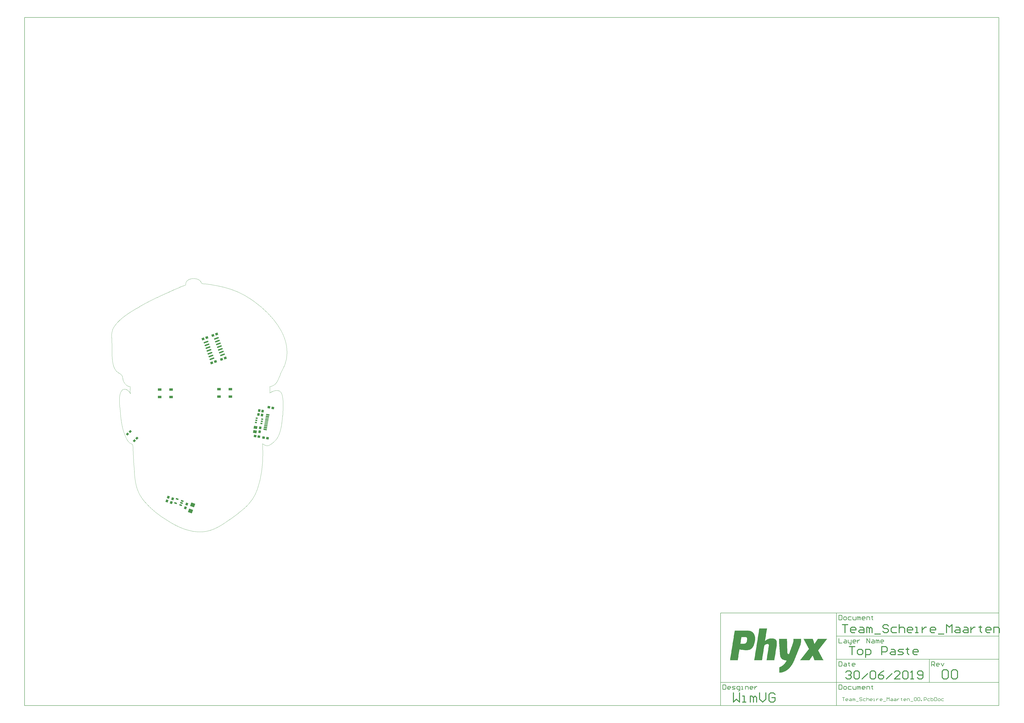
<source format=gtp>
G04*
G04 #@! TF.GenerationSoftware,Altium Limited,Altium Designer,18.1.11 (251)*
G04*
G04 Layer_Color=8421504*
%FSLAX25Y25*%
%MOIN*%
G70*
G01*
G75*
%ADD10C,0.00394*%
%ADD12C,0.00984*%
%ADD13C,0.00787*%
%ADD15C,0.01575*%
G04:AMPARAMS|DCode=16|XSize=39.37mil|YSize=43.31mil|CornerRadius=0mil|HoleSize=0mil|Usage=FLASHONLY|Rotation=290.000|XOffset=0mil|YOffset=0mil|HoleType=Round|Shape=Rectangle|*
%AMROTATEDRECTD16*
4,1,4,-0.02708,0.01109,0.01362,0.02590,0.02708,-0.01109,-0.01362,-0.02590,-0.02708,0.01109,0.0*
%
%ADD16ROTATEDRECTD16*%

%ADD17R,0.05906X0.03937*%
%ADD18R,0.05906X0.03937*%
%ADD19R,0.05906X0.03937*%
%ADD20R,0.05906X0.03937*%
G04:AMPARAMS|DCode=21|XSize=35.43mil|YSize=39.37mil|CornerRadius=0mil|HoleSize=0mil|Usage=FLASHONLY|Rotation=315.000|XOffset=0mil|YOffset=0mil|HoleType=Round|Shape=Rectangle|*
%AMROTATEDRECTD21*
4,1,4,-0.02645,-0.00139,0.00139,0.02645,0.02645,0.00139,-0.00139,-0.02645,-0.02645,-0.00139,0.0*
%
%ADD21ROTATEDRECTD21*%

G04:AMPARAMS|DCode=22|XSize=39.37mil|YSize=43.31mil|CornerRadius=0mil|HoleSize=0mil|Usage=FLASHONLY|Rotation=170.000|XOffset=0mil|YOffset=0mil|HoleType=Round|Shape=Rectangle|*
%AMROTATEDRECTD22*
4,1,4,0.02315,0.01791,0.01563,-0.02474,-0.02315,-0.01791,-0.01563,0.02474,0.02315,0.01791,0.0*
%
%ADD22ROTATEDRECTD22*%

G04:AMPARAMS|DCode=23|XSize=23.62mil|YSize=86.61mil|CornerRadius=0mil|HoleSize=0mil|Usage=FLASHONLY|Rotation=110.000|XOffset=0mil|YOffset=0mil|HoleType=Round|Shape=Round|*
%AMOVALD23*
21,1,0.06299,0.02362,0.00000,0.00000,200.0*
1,1,0.02362,0.02960,0.01077*
1,1,0.02362,-0.02960,-0.01077*
%
%ADD23OVALD23*%

G04:AMPARAMS|DCode=24|XSize=21.65mil|YSize=31.5mil|CornerRadius=0mil|HoleSize=0mil|Usage=FLASHONLY|Rotation=260.000|XOffset=0mil|YOffset=0mil|HoleType=Round|Shape=Rectangle|*
%AMROTATEDRECTD24*
4,1,4,-0.01363,0.01340,0.01739,0.00793,0.01363,-0.01340,-0.01739,-0.00793,-0.01363,0.01340,0.0*
%
%ADD24ROTATEDRECTD24*%

G04:AMPARAMS|DCode=25|XSize=59.06mil|YSize=47.24mil|CornerRadius=0mil|HoleSize=0mil|Usage=FLASHONLY|Rotation=350.000|XOffset=0mil|YOffset=0mil|HoleType=Round|Shape=Rectangle|*
%AMROTATEDRECTD25*
4,1,4,-0.03318,-0.01814,-0.02498,0.02839,0.03318,0.01814,0.02498,-0.02839,-0.03318,-0.01814,0.0*
%
%ADD25ROTATEDRECTD25*%

G04:AMPARAMS|DCode=26|XSize=39.37mil|YSize=43.31mil|CornerRadius=0mil|HoleSize=0mil|Usage=FLASHONLY|Rotation=260.000|XOffset=0mil|YOffset=0mil|HoleType=Round|Shape=Rectangle|*
%AMROTATEDRECTD26*
4,1,4,-0.01791,0.02315,0.02474,0.01563,0.01791,-0.02315,-0.02474,-0.01563,-0.01791,0.02315,0.0*
%
%ADD26ROTATEDRECTD26*%

G04:AMPARAMS|DCode=27|XSize=39.37mil|YSize=43.31mil|CornerRadius=0mil|HoleSize=0mil|Usage=FLASHONLY|Rotation=160.000|XOffset=0mil|YOffset=0mil|HoleType=Round|Shape=Rectangle|*
%AMROTATEDRECTD27*
4,1,4,0.02590,0.01362,0.01109,-0.02708,-0.02590,-0.01362,-0.01109,0.02708,0.02590,0.01362,0.0*
%
%ADD27ROTATEDRECTD27*%

G04:AMPARAMS|DCode=28|XSize=70.87mil|YSize=62.99mil|CornerRadius=0mil|HoleSize=0mil|Usage=FLASHONLY|Rotation=160.000|XOffset=0mil|YOffset=0mil|HoleType=Round|Shape=Rectangle|*
%AMROTATEDRECTD28*
4,1,4,0.04407,0.01748,0.02252,-0.04172,-0.04407,-0.01748,-0.02252,0.04172,0.04407,0.01748,0.0*
%
%ADD28ROTATEDRECTD28*%

G04:AMPARAMS|DCode=29|XSize=23.62mil|YSize=45.28mil|CornerRadius=0mil|HoleSize=0mil|Usage=FLASHONLY|Rotation=250.000|XOffset=0mil|YOffset=0mil|HoleType=Round|Shape=Rectangle|*
%AMROTATEDRECTD29*
4,1,4,-0.01723,0.01884,0.02531,0.00336,0.01723,-0.01884,-0.02531,-0.00336,-0.01723,0.01884,0.0*
%
%ADD29ROTATEDRECTD29*%

G04:AMPARAMS|DCode=30|XSize=11.81mil|YSize=57.09mil|CornerRadius=0mil|HoleSize=0mil|Usage=FLASHONLY|Rotation=80.000|XOffset=0mil|YOffset=0mil|HoleType=Round|Shape=Rectangle|*
%AMROTATEDRECTD30*
4,1,4,0.02708,-0.01077,-0.02914,-0.00086,-0.02708,0.01077,0.02914,0.00086,0.02708,-0.01077,0.0*
%
%ADD30ROTATEDRECTD30*%

G36*
X933611Y-168112D02*
X935329D01*
Y-168399D01*
X936188D01*
Y-168685D01*
X937047D01*
Y-168971D01*
X937905D01*
Y-169258D01*
X938478D01*
Y-169544D01*
X938764D01*
Y-169830D01*
X939337D01*
Y-170117D01*
X939623D01*
Y-170403D01*
X940196D01*
Y-170689D01*
X940482D01*
Y-170975D01*
X940769D01*
Y-171262D01*
X941055D01*
Y-171548D01*
X941341D01*
Y-171834D01*
X941628D01*
Y-172121D01*
X941914D01*
Y-172407D01*
Y-172693D01*
X942200D01*
Y-172980D01*
X942486D01*
Y-173266D01*
Y-173552D01*
X942773D01*
Y-173839D01*
X943059D01*
Y-174125D01*
Y-174411D01*
X943345D01*
Y-174698D01*
Y-174984D01*
Y-175270D01*
X943632D01*
Y-175557D01*
Y-175843D01*
Y-176129D01*
X943918D01*
Y-176415D01*
Y-176702D01*
Y-176988D01*
Y-177274D01*
X944204D01*
Y-177561D01*
Y-177847D01*
Y-178133D01*
Y-178420D01*
Y-178706D01*
X944491D01*
Y-178992D01*
Y-179279D01*
Y-179565D01*
Y-179851D01*
Y-180138D01*
Y-180424D01*
Y-180710D01*
Y-180997D01*
Y-181283D01*
Y-181569D01*
Y-181855D01*
Y-182142D01*
Y-182428D01*
Y-182714D01*
Y-183001D01*
Y-183287D01*
Y-183573D01*
Y-183860D01*
Y-184146D01*
Y-184432D01*
X944204D01*
Y-184719D01*
Y-185005D01*
Y-185291D01*
Y-185577D01*
Y-185864D01*
Y-186150D01*
Y-186436D01*
X943918D01*
Y-186723D01*
Y-187009D01*
Y-187295D01*
Y-187582D01*
Y-187868D01*
X943632D01*
Y-188154D01*
Y-188441D01*
Y-188727D01*
Y-189013D01*
Y-189299D01*
X943345D01*
Y-189586D01*
Y-189872D01*
Y-190158D01*
X943059D01*
Y-190445D01*
Y-190731D01*
Y-191017D01*
Y-191304D01*
X942773D01*
Y-191590D01*
Y-191876D01*
Y-192163D01*
X942486D01*
Y-192449D01*
Y-192735D01*
X942200D01*
Y-193022D01*
Y-193308D01*
Y-193594D01*
X941914D01*
Y-193880D01*
Y-194167D01*
X941628D01*
Y-194453D01*
Y-194739D01*
X941341D01*
Y-195026D01*
Y-195312D01*
X941055D01*
Y-195598D01*
X940769D01*
Y-195885D01*
Y-196171D01*
X940482D01*
Y-196457D01*
X940196D01*
Y-196744D01*
X939910D01*
Y-197030D01*
Y-197316D01*
X939623D01*
Y-197603D01*
X939337D01*
Y-197889D01*
X939051D01*
Y-198175D01*
X938764D01*
Y-198461D01*
X938478D01*
Y-198748D01*
X937905D01*
Y-199034D01*
X937619D01*
Y-199320D01*
X937047D01*
Y-199607D01*
X936760D01*
Y-199893D01*
X936188D01*
Y-200179D01*
X935329D01*
Y-200466D01*
X934470D01*
Y-200752D01*
X933611D01*
Y-201038D01*
X931893D01*
Y-201325D01*
X926739D01*
Y-201038D01*
X924162D01*
Y-200752D01*
X922158D01*
Y-200466D01*
X920727D01*
Y-200179D01*
X919295D01*
Y-199893D01*
X917863D01*
Y-200179D01*
Y-200466D01*
Y-200752D01*
Y-201038D01*
Y-201325D01*
Y-201611D01*
Y-201897D01*
X917577D01*
Y-202184D01*
Y-202470D01*
Y-202756D01*
Y-203043D01*
Y-203329D01*
Y-203615D01*
X917291D01*
Y-203902D01*
Y-204188D01*
Y-204474D01*
Y-204760D01*
Y-205047D01*
Y-205333D01*
X917005D01*
Y-205619D01*
Y-205906D01*
Y-206192D01*
Y-206478D01*
Y-206765D01*
Y-207051D01*
Y-207337D01*
X916718D01*
Y-207624D01*
Y-207910D01*
Y-208196D01*
Y-208483D01*
Y-208769D01*
Y-209055D01*
X916432D01*
Y-209341D01*
Y-209628D01*
Y-209914D01*
Y-210200D01*
Y-210487D01*
Y-210773D01*
X916146D01*
Y-211059D01*
Y-211346D01*
Y-211632D01*
Y-211918D01*
Y-212205D01*
Y-212491D01*
Y-212777D01*
X915859D01*
Y-213064D01*
Y-213350D01*
Y-213636D01*
Y-213922D01*
Y-214209D01*
Y-214495D01*
X915573D01*
Y-214781D01*
Y-215068D01*
Y-215354D01*
Y-215640D01*
Y-215927D01*
Y-216213D01*
X915287D01*
Y-216499D01*
Y-216786D01*
Y-217072D01*
Y-217358D01*
Y-217645D01*
Y-217931D01*
Y-218217D01*
X901830D01*
Y-217931D01*
X902116D01*
Y-217645D01*
Y-217358D01*
Y-217072D01*
Y-216786D01*
Y-216499D01*
X902403D01*
Y-216213D01*
Y-215927D01*
Y-215640D01*
Y-215354D01*
Y-215068D01*
Y-214781D01*
Y-214495D01*
X902689D01*
Y-214209D01*
Y-213922D01*
Y-213636D01*
Y-213350D01*
Y-213064D01*
Y-212777D01*
X902975D01*
Y-212491D01*
Y-212205D01*
Y-211918D01*
Y-211632D01*
Y-211346D01*
Y-211059D01*
X903262D01*
Y-210773D01*
Y-210487D01*
Y-210200D01*
Y-209914D01*
Y-209628D01*
Y-209341D01*
Y-209055D01*
X903548D01*
Y-208769D01*
Y-208483D01*
Y-208196D01*
Y-207910D01*
Y-207624D01*
Y-207337D01*
X903834D01*
Y-207051D01*
Y-206765D01*
Y-206478D01*
Y-206192D01*
Y-205906D01*
Y-205619D01*
X904121D01*
Y-205333D01*
Y-205047D01*
Y-204760D01*
Y-204474D01*
Y-204188D01*
Y-203902D01*
X904407D01*
Y-203615D01*
Y-203329D01*
Y-203043D01*
Y-202756D01*
Y-202470D01*
Y-202184D01*
Y-201897D01*
X904693D01*
Y-201611D01*
Y-201325D01*
Y-201038D01*
Y-200752D01*
Y-200466D01*
Y-200179D01*
X904979D01*
Y-199893D01*
Y-199607D01*
Y-199320D01*
Y-199034D01*
Y-198748D01*
Y-198461D01*
X905266D01*
Y-198175D01*
Y-197889D01*
Y-197603D01*
Y-197316D01*
Y-197030D01*
Y-196744D01*
X905552D01*
Y-196457D01*
Y-196171D01*
Y-195885D01*
Y-195598D01*
Y-195312D01*
Y-195026D01*
Y-194739D01*
X905838D01*
Y-194453D01*
Y-194167D01*
Y-193880D01*
Y-193594D01*
Y-193308D01*
Y-193022D01*
X906125D01*
Y-192735D01*
Y-192449D01*
Y-192163D01*
Y-191876D01*
Y-191590D01*
Y-191304D01*
X906411D01*
Y-191017D01*
Y-190731D01*
Y-190445D01*
Y-190158D01*
Y-189872D01*
Y-189586D01*
Y-189299D01*
X906697D01*
Y-189013D01*
Y-188727D01*
Y-188441D01*
Y-188154D01*
Y-187868D01*
Y-187582D01*
X906984D01*
Y-187295D01*
Y-187009D01*
Y-186723D01*
Y-186436D01*
Y-186150D01*
Y-185864D01*
X907270D01*
Y-185577D01*
Y-185291D01*
Y-185005D01*
Y-184719D01*
Y-184432D01*
Y-184146D01*
X907556D01*
Y-183860D01*
Y-183573D01*
Y-183287D01*
Y-183001D01*
Y-182714D01*
Y-182428D01*
Y-182142D01*
X907843D01*
Y-181855D01*
Y-181569D01*
Y-181283D01*
Y-180997D01*
Y-180710D01*
Y-180424D01*
X908129D01*
Y-180138D01*
Y-179851D01*
Y-179565D01*
Y-179279D01*
Y-178992D01*
Y-178706D01*
X908415D01*
Y-178420D01*
Y-178133D01*
Y-177847D01*
Y-177561D01*
Y-177274D01*
Y-176988D01*
Y-176702D01*
X908702D01*
Y-176415D01*
Y-176129D01*
Y-175843D01*
Y-175557D01*
Y-175270D01*
Y-174984D01*
X908988D01*
Y-174698D01*
Y-174411D01*
Y-174125D01*
Y-173839D01*
Y-173552D01*
Y-173266D01*
X909274D01*
Y-172980D01*
Y-172693D01*
Y-172407D01*
Y-172121D01*
Y-171834D01*
Y-171548D01*
Y-171262D01*
X909560D01*
Y-170975D01*
Y-170689D01*
Y-170403D01*
Y-170117D01*
Y-169830D01*
Y-169544D01*
X909847D01*
Y-169258D01*
Y-168971D01*
Y-168685D01*
Y-168399D01*
Y-168112D01*
Y-167826D01*
X933611D01*
Y-168112D01*
D02*
G37*
G36*
X964819Y-164677D02*
Y-164963D01*
X964532D01*
Y-165249D01*
Y-165535D01*
Y-165822D01*
Y-166108D01*
Y-166394D01*
Y-166681D01*
X964246D01*
Y-166967D01*
Y-167253D01*
Y-167540D01*
Y-167826D01*
Y-168112D01*
Y-168399D01*
X963960D01*
Y-168685D01*
Y-168971D01*
Y-169258D01*
Y-169544D01*
Y-169830D01*
Y-170117D01*
Y-170403D01*
X963674D01*
Y-170689D01*
Y-170975D01*
Y-171262D01*
Y-171548D01*
Y-171834D01*
Y-172121D01*
X963387D01*
Y-172407D01*
Y-172693D01*
Y-172980D01*
Y-173266D01*
Y-173552D01*
Y-173839D01*
X963101D01*
Y-174125D01*
Y-174411D01*
Y-174698D01*
Y-174984D01*
Y-175270D01*
Y-175557D01*
Y-175843D01*
X962815D01*
Y-176129D01*
Y-176415D01*
Y-176702D01*
Y-176988D01*
Y-177274D01*
Y-177561D01*
X962528D01*
Y-177847D01*
Y-178133D01*
Y-178420D01*
Y-178706D01*
Y-178992D01*
Y-179279D01*
X962242D01*
Y-179565D01*
Y-179851D01*
Y-180138D01*
Y-180424D01*
Y-180710D01*
Y-180997D01*
X961956D01*
Y-181283D01*
Y-181569D01*
Y-181855D01*
Y-182142D01*
Y-182428D01*
Y-182714D01*
Y-183001D01*
X961669D01*
Y-183287D01*
Y-183573D01*
Y-183860D01*
Y-184146D01*
Y-184432D01*
Y-184719D01*
X961383D01*
Y-185005D01*
Y-185291D01*
X961956D01*
Y-185005D01*
X962242D01*
Y-184719D01*
X962528D01*
Y-184432D01*
X963101D01*
Y-184146D01*
X963387D01*
Y-183860D01*
X963674D01*
Y-183573D01*
X964246D01*
Y-183287D01*
X964819D01*
Y-183001D01*
X965105D01*
Y-182714D01*
X965678D01*
Y-182428D01*
X966537D01*
Y-182142D01*
X967109D01*
Y-181855D01*
X967968D01*
Y-181569D01*
X969400D01*
Y-181283D01*
X975699D01*
Y-181569D01*
X976844D01*
Y-181855D01*
X977703D01*
Y-182142D01*
X978275D01*
Y-182428D01*
X978562D01*
Y-182714D01*
X979134D01*
Y-183001D01*
X979421D01*
Y-183287D01*
X979707D01*
Y-183573D01*
X979993D01*
Y-183860D01*
X980280D01*
Y-184146D01*
Y-184432D01*
X980566D01*
Y-184719D01*
Y-185005D01*
X980852D01*
Y-185291D01*
Y-185577D01*
Y-185864D01*
X981139D01*
Y-186150D01*
Y-186436D01*
Y-186723D01*
Y-187009D01*
X981425D01*
Y-187295D01*
Y-187582D01*
Y-187868D01*
Y-188154D01*
Y-188441D01*
Y-188727D01*
Y-189013D01*
Y-189299D01*
Y-189586D01*
Y-189872D01*
Y-190158D01*
Y-190445D01*
Y-190731D01*
Y-191017D01*
Y-191304D01*
Y-191590D01*
Y-191876D01*
Y-192163D01*
X981139D01*
Y-192449D01*
Y-192735D01*
Y-193022D01*
Y-193308D01*
Y-193594D01*
Y-193880D01*
Y-194167D01*
X980852D01*
Y-194453D01*
Y-194739D01*
Y-195026D01*
Y-195312D01*
Y-195598D01*
Y-195885D01*
Y-196171D01*
X980566D01*
Y-196457D01*
Y-196744D01*
Y-197030D01*
Y-197316D01*
Y-197603D01*
Y-197889D01*
X980280D01*
Y-198175D01*
Y-198461D01*
Y-198748D01*
Y-199034D01*
Y-199320D01*
Y-199607D01*
X979993D01*
Y-199893D01*
Y-200179D01*
Y-200466D01*
Y-200752D01*
Y-201038D01*
Y-201325D01*
X979707D01*
Y-201611D01*
Y-201897D01*
Y-202184D01*
Y-202470D01*
Y-202756D01*
Y-203043D01*
Y-203329D01*
X979421D01*
Y-203615D01*
Y-203902D01*
Y-204188D01*
Y-204474D01*
Y-204760D01*
Y-205047D01*
X979134D01*
Y-205333D01*
Y-205619D01*
Y-205906D01*
Y-206192D01*
Y-206478D01*
Y-206765D01*
X978848D01*
Y-207051D01*
Y-207337D01*
Y-207624D01*
Y-207910D01*
Y-208196D01*
Y-208483D01*
Y-208769D01*
X978562D01*
Y-209055D01*
Y-209341D01*
Y-209628D01*
Y-209914D01*
Y-210200D01*
Y-210487D01*
X978275D01*
Y-210773D01*
Y-211059D01*
Y-211346D01*
Y-211632D01*
Y-211918D01*
Y-212205D01*
X977989D01*
Y-212491D01*
Y-212777D01*
Y-213064D01*
Y-213350D01*
Y-213636D01*
Y-213922D01*
X977703D01*
Y-214209D01*
Y-214495D01*
Y-214781D01*
Y-215068D01*
Y-215354D01*
Y-215640D01*
Y-215927D01*
X977417D01*
Y-216213D01*
Y-216499D01*
Y-216786D01*
Y-217072D01*
Y-217358D01*
Y-217645D01*
X977130D01*
Y-217931D01*
Y-218217D01*
X963960D01*
Y-217931D01*
Y-217645D01*
X964246D01*
Y-217358D01*
Y-217072D01*
Y-216786D01*
Y-216499D01*
Y-216213D01*
Y-215927D01*
X964532D01*
Y-215640D01*
Y-215354D01*
Y-215068D01*
Y-214781D01*
Y-214495D01*
Y-214209D01*
Y-213922D01*
X964819D01*
Y-213636D01*
Y-213350D01*
Y-213064D01*
Y-212777D01*
Y-212491D01*
Y-212205D01*
X965105D01*
Y-211918D01*
Y-211632D01*
Y-211346D01*
Y-211059D01*
Y-210773D01*
Y-210487D01*
X965392D01*
Y-210200D01*
Y-209914D01*
Y-209628D01*
Y-209341D01*
Y-209055D01*
Y-208769D01*
Y-208483D01*
X965678D01*
Y-208196D01*
Y-207910D01*
Y-207624D01*
Y-207337D01*
Y-207051D01*
Y-206765D01*
X965964D01*
Y-206478D01*
Y-206192D01*
Y-205906D01*
Y-205619D01*
Y-205333D01*
Y-205047D01*
Y-204760D01*
X966250D01*
Y-204474D01*
Y-204188D01*
Y-203902D01*
Y-203615D01*
Y-203329D01*
Y-203043D01*
X966537D01*
Y-202756D01*
Y-202470D01*
Y-202184D01*
Y-201897D01*
Y-201611D01*
Y-201325D01*
X966823D01*
Y-201038D01*
Y-200752D01*
Y-200466D01*
Y-200179D01*
Y-199893D01*
Y-199607D01*
X967109D01*
Y-199320D01*
Y-199034D01*
Y-198748D01*
Y-198461D01*
Y-198175D01*
Y-197889D01*
Y-197603D01*
X967396D01*
Y-197316D01*
Y-197030D01*
Y-196744D01*
Y-196457D01*
Y-196171D01*
Y-195885D01*
X967682D01*
Y-195598D01*
Y-195312D01*
Y-195026D01*
Y-194739D01*
Y-194453D01*
Y-194167D01*
Y-193880D01*
X967968D01*
Y-193594D01*
Y-193308D01*
Y-193022D01*
Y-192735D01*
Y-192449D01*
Y-192163D01*
X967682D01*
Y-191876D01*
Y-191590D01*
X967396D01*
Y-191304D01*
X967109D01*
Y-191017D01*
X966537D01*
Y-190731D01*
X964819D01*
Y-191017D01*
X963387D01*
Y-191304D01*
X962528D01*
Y-191590D01*
X961956D01*
Y-191876D01*
X961669D01*
Y-192163D01*
X961097D01*
Y-192449D01*
X960810D01*
Y-192735D01*
X960524D01*
Y-193022D01*
Y-193308D01*
X960238D01*
Y-193594D01*
Y-193880D01*
Y-194167D01*
X959951D01*
Y-194453D01*
Y-194739D01*
Y-195026D01*
Y-195312D01*
Y-195598D01*
Y-195885D01*
X959665D01*
Y-196171D01*
Y-196457D01*
Y-196744D01*
Y-197030D01*
Y-197316D01*
Y-197603D01*
Y-197889D01*
X959379D01*
Y-198175D01*
Y-198461D01*
Y-198748D01*
Y-199034D01*
Y-199320D01*
Y-199607D01*
X959093D01*
Y-199893D01*
Y-200179D01*
Y-200466D01*
Y-200752D01*
Y-201038D01*
Y-201325D01*
X958806D01*
Y-201611D01*
Y-201897D01*
Y-202184D01*
Y-202470D01*
Y-202756D01*
Y-203043D01*
X958520D01*
Y-203329D01*
Y-203615D01*
Y-203902D01*
Y-204188D01*
Y-204474D01*
Y-204760D01*
Y-205047D01*
X958234D01*
Y-205333D01*
Y-205619D01*
Y-205906D01*
Y-206192D01*
Y-206478D01*
Y-206765D01*
X957947D01*
Y-207051D01*
Y-207337D01*
Y-207624D01*
Y-207910D01*
Y-208196D01*
Y-208483D01*
X957661D01*
Y-208769D01*
Y-209055D01*
Y-209341D01*
Y-209628D01*
Y-209914D01*
Y-210200D01*
Y-210487D01*
X957375D01*
Y-210773D01*
Y-211059D01*
Y-211346D01*
Y-211632D01*
Y-211918D01*
Y-212205D01*
X957088D01*
Y-212491D01*
Y-212777D01*
Y-213064D01*
Y-213350D01*
Y-213636D01*
Y-213922D01*
X956802D01*
Y-214209D01*
Y-214495D01*
Y-214781D01*
Y-215068D01*
Y-215354D01*
Y-215640D01*
X956516D01*
Y-215927D01*
Y-216213D01*
Y-216499D01*
Y-216786D01*
Y-217072D01*
Y-217358D01*
Y-217645D01*
X956229D01*
Y-217931D01*
Y-218217D01*
X943059D01*
Y-217931D01*
Y-217645D01*
X943345D01*
Y-217358D01*
Y-217072D01*
Y-216786D01*
Y-216499D01*
Y-216213D01*
Y-215927D01*
Y-215640D01*
X943632D01*
Y-215354D01*
Y-215068D01*
Y-214781D01*
Y-214495D01*
Y-214209D01*
Y-213922D01*
X943918D01*
Y-213636D01*
Y-213350D01*
Y-213064D01*
Y-212777D01*
Y-212491D01*
Y-212205D01*
X944204D01*
Y-211918D01*
Y-211632D01*
Y-211346D01*
Y-211059D01*
Y-210773D01*
Y-210487D01*
Y-210200D01*
X944491D01*
Y-209914D01*
Y-209628D01*
Y-209341D01*
Y-209055D01*
Y-208769D01*
Y-208483D01*
X944777D01*
Y-208196D01*
Y-207910D01*
Y-207624D01*
Y-207337D01*
Y-207051D01*
Y-206765D01*
X945063D01*
Y-206478D01*
Y-206192D01*
Y-205906D01*
Y-205619D01*
Y-205333D01*
Y-205047D01*
X945350D01*
Y-204760D01*
Y-204474D01*
Y-204188D01*
Y-203902D01*
Y-203615D01*
Y-203329D01*
Y-203043D01*
X945636D01*
Y-202756D01*
Y-202470D01*
Y-202184D01*
Y-201897D01*
Y-201611D01*
Y-201325D01*
X945922D01*
Y-201038D01*
Y-200752D01*
Y-200466D01*
Y-200179D01*
Y-199893D01*
Y-199607D01*
X946208D01*
Y-199320D01*
Y-199034D01*
Y-198748D01*
Y-198461D01*
Y-198175D01*
Y-197889D01*
Y-197603D01*
X946495D01*
Y-197316D01*
Y-197030D01*
Y-196744D01*
Y-196457D01*
Y-196171D01*
Y-195885D01*
X946781D01*
Y-195598D01*
Y-195312D01*
Y-195026D01*
Y-194739D01*
Y-194453D01*
Y-194167D01*
X947067D01*
Y-193880D01*
Y-193594D01*
Y-193308D01*
Y-193022D01*
Y-192735D01*
Y-192449D01*
X947354D01*
Y-192163D01*
Y-191876D01*
Y-191590D01*
Y-191304D01*
Y-191017D01*
Y-190731D01*
Y-190445D01*
X947640D01*
Y-190158D01*
Y-189872D01*
Y-189586D01*
Y-189299D01*
Y-189013D01*
Y-188727D01*
X947926D01*
Y-188441D01*
Y-188154D01*
Y-187868D01*
Y-187582D01*
Y-187295D01*
Y-187009D01*
X948213D01*
Y-186723D01*
Y-186436D01*
Y-186150D01*
Y-185864D01*
Y-185577D01*
Y-185291D01*
X948499D01*
Y-185005D01*
Y-184719D01*
Y-184432D01*
Y-184146D01*
Y-183860D01*
Y-183573D01*
Y-183287D01*
X948785D01*
Y-183001D01*
Y-182714D01*
Y-182428D01*
Y-182142D01*
Y-181855D01*
Y-181569D01*
X949072D01*
Y-181283D01*
Y-180997D01*
Y-180710D01*
Y-180424D01*
Y-180138D01*
Y-179851D01*
X949358D01*
Y-179565D01*
Y-179279D01*
Y-178992D01*
Y-178706D01*
Y-178420D01*
Y-178133D01*
Y-177847D01*
X949644D01*
Y-177561D01*
Y-177274D01*
Y-176988D01*
Y-176702D01*
Y-176415D01*
Y-176129D01*
X949931D01*
Y-175843D01*
Y-175557D01*
Y-175270D01*
Y-174984D01*
Y-174698D01*
Y-174411D01*
X950217D01*
Y-174125D01*
Y-173839D01*
Y-173552D01*
Y-173266D01*
Y-172980D01*
Y-172693D01*
X950503D01*
Y-172407D01*
Y-172121D01*
Y-171834D01*
Y-171548D01*
Y-171262D01*
Y-170975D01*
Y-170689D01*
X950790D01*
Y-170403D01*
Y-170117D01*
Y-169830D01*
Y-169544D01*
Y-169258D01*
Y-168971D01*
X951076D01*
Y-168685D01*
Y-168399D01*
Y-168112D01*
Y-167826D01*
Y-167540D01*
Y-167253D01*
X951362D01*
Y-166967D01*
Y-166681D01*
Y-166394D01*
Y-166108D01*
Y-165822D01*
Y-165535D01*
Y-165249D01*
X951648D01*
Y-164963D01*
Y-164677D01*
Y-164390D01*
X964819D01*
Y-164677D01*
D02*
G37*
G36*
X1066746Y-182142D02*
X1066460D01*
Y-182428D01*
X1066174D01*
Y-182714D01*
Y-183001D01*
X1065887D01*
Y-183287D01*
X1065601D01*
Y-183573D01*
X1065315D01*
Y-183860D01*
Y-184146D01*
X1065028D01*
Y-184432D01*
X1064742D01*
Y-184719D01*
X1064456D01*
Y-185005D01*
X1064169D01*
Y-185291D01*
Y-185577D01*
X1063883D01*
Y-185864D01*
X1063597D01*
Y-186150D01*
X1063310D01*
Y-186436D01*
Y-186723D01*
X1063024D01*
Y-187009D01*
X1062738D01*
Y-187295D01*
X1062451D01*
Y-187582D01*
X1062165D01*
Y-187868D01*
Y-188154D01*
X1061879D01*
Y-188441D01*
X1061593D01*
Y-188727D01*
X1061306D01*
Y-189013D01*
Y-189299D01*
X1061020D01*
Y-189586D01*
X1060734D01*
Y-189872D01*
X1060447D01*
Y-190158D01*
Y-190445D01*
X1060161D01*
Y-190731D01*
X1059875D01*
Y-191017D01*
X1059588D01*
Y-191304D01*
X1059302D01*
Y-191590D01*
Y-191876D01*
X1059016D01*
Y-192163D01*
X1058729D01*
Y-192449D01*
X1058443D01*
Y-192735D01*
Y-193022D01*
X1058157D01*
Y-193308D01*
X1057870D01*
Y-193594D01*
X1057584D01*
Y-193880D01*
Y-194167D01*
X1057298D01*
Y-194453D01*
X1057012D01*
Y-194739D01*
X1056725D01*
Y-195026D01*
X1056439D01*
Y-195312D01*
Y-195598D01*
X1056153D01*
Y-195885D01*
X1055866D01*
Y-196171D01*
X1055580D01*
Y-196457D01*
Y-196744D01*
X1055294D01*
Y-197030D01*
X1055007D01*
Y-197316D01*
X1054721D01*
Y-197603D01*
Y-197889D01*
X1054435D01*
Y-198175D01*
X1054148D01*
Y-198461D01*
X1053862D01*
Y-198748D01*
X1053576D01*
Y-199034D01*
Y-199320D01*
X1053290D01*
Y-199607D01*
X1053003D01*
Y-199893D01*
X1052717D01*
Y-200179D01*
Y-200466D01*
X1052431D01*
Y-200752D01*
X1052144D01*
Y-201038D01*
X1051858D01*
Y-201325D01*
X1051572D01*
Y-201611D01*
Y-201897D01*
X1051858D01*
Y-202184D01*
Y-202470D01*
X1052144D01*
Y-202756D01*
Y-203043D01*
X1052431D01*
Y-203329D01*
X1052717D01*
Y-203615D01*
Y-203902D01*
X1053003D01*
Y-204188D01*
Y-204474D01*
X1053290D01*
Y-204760D01*
Y-205047D01*
X1053576D01*
Y-205333D01*
Y-205619D01*
X1053862D01*
Y-205906D01*
Y-206192D01*
X1054148D01*
Y-206478D01*
Y-206765D01*
X1054435D01*
Y-207051D01*
Y-207337D01*
X1054721D01*
Y-207624D01*
Y-207910D01*
X1055007D01*
Y-208196D01*
X1055294D01*
Y-208483D01*
Y-208769D01*
X1055580D01*
Y-209055D01*
Y-209341D01*
X1055866D01*
Y-209628D01*
Y-209914D01*
X1056153D01*
Y-210200D01*
Y-210487D01*
X1056439D01*
Y-210773D01*
Y-211059D01*
X1056725D01*
Y-211346D01*
Y-211632D01*
X1057012D01*
Y-211918D01*
Y-212205D01*
X1057298D01*
Y-212491D01*
X1057584D01*
Y-212777D01*
Y-213064D01*
X1057870D01*
Y-213350D01*
Y-213636D01*
X1058157D01*
Y-213922D01*
Y-214209D01*
X1058443D01*
Y-214495D01*
Y-214781D01*
X1058729D01*
Y-215068D01*
Y-215354D01*
X1059016D01*
Y-215640D01*
Y-215927D01*
X1059302D01*
Y-216213D01*
Y-216499D01*
X1059588D01*
Y-216786D01*
X1059875D01*
Y-217072D01*
Y-217358D01*
X1060161D01*
Y-217645D01*
Y-217931D01*
X1060447D01*
Y-218217D01*
X1045273D01*
Y-217931D01*
X1044986D01*
Y-217645D01*
Y-217358D01*
Y-217072D01*
X1044700D01*
Y-216786D01*
Y-216499D01*
Y-216213D01*
X1044414D01*
Y-215927D01*
Y-215640D01*
X1044127D01*
Y-215354D01*
Y-215068D01*
Y-214781D01*
X1043841D01*
Y-214495D01*
Y-214209D01*
Y-213922D01*
X1043555D01*
Y-213636D01*
Y-213350D01*
X1043268D01*
Y-213064D01*
Y-212777D01*
Y-212491D01*
X1042982D01*
Y-212205D01*
Y-211918D01*
Y-211632D01*
X1042696D01*
Y-211346D01*
Y-211059D01*
Y-210773D01*
X1042410D01*
Y-210487D01*
X1041837D01*
Y-210773D01*
Y-211059D01*
X1041551D01*
Y-211346D01*
X1041264D01*
Y-211632D01*
Y-211918D01*
X1040978D01*
Y-212205D01*
X1040692D01*
Y-212491D01*
Y-212777D01*
X1040405D01*
Y-213064D01*
X1040119D01*
Y-213350D01*
Y-213636D01*
X1039833D01*
Y-213922D01*
X1039546D01*
Y-214209D01*
X1039260D01*
Y-214495D01*
Y-214781D01*
X1038974D01*
Y-215068D01*
X1038688D01*
Y-215354D01*
Y-215640D01*
X1038401D01*
Y-215927D01*
X1038115D01*
Y-216213D01*
Y-216499D01*
X1037829D01*
Y-216786D01*
X1037542D01*
Y-217072D01*
Y-217358D01*
X1037256D01*
Y-217645D01*
X1036970D01*
Y-217931D01*
Y-218217D01*
X1020936D01*
Y-217931D01*
X1021222D01*
Y-217645D01*
X1021509D01*
Y-217358D01*
X1021795D01*
Y-217072D01*
X1022081D01*
Y-216786D01*
Y-216499D01*
X1022368D01*
Y-216213D01*
X1022654D01*
Y-215927D01*
X1022940D01*
Y-215640D01*
X1023227D01*
Y-215354D01*
Y-215068D01*
X1023513D01*
Y-214781D01*
X1023799D01*
Y-214495D01*
X1024086D01*
Y-214209D01*
Y-213922D01*
X1024372D01*
Y-213636D01*
X1024658D01*
Y-213350D01*
X1024944D01*
Y-213064D01*
X1025231D01*
Y-212777D01*
Y-212491D01*
X1025517D01*
Y-212205D01*
X1025803D01*
Y-211918D01*
X1026090D01*
Y-211632D01*
X1026376D01*
Y-211346D01*
Y-211059D01*
X1026662D01*
Y-210773D01*
X1026949D01*
Y-210487D01*
X1027235D01*
Y-210200D01*
Y-209914D01*
X1027521D01*
Y-209628D01*
X1027808D01*
Y-209341D01*
X1028094D01*
Y-209055D01*
X1028380D01*
Y-208769D01*
Y-208483D01*
X1028667D01*
Y-208196D01*
X1028953D01*
Y-207910D01*
X1029239D01*
Y-207624D01*
Y-207337D01*
X1029525D01*
Y-207051D01*
X1029812D01*
Y-206765D01*
X1030098D01*
Y-206478D01*
X1030385D01*
Y-206192D01*
Y-205906D01*
X1030671D01*
Y-205619D01*
X1030957D01*
Y-205333D01*
X1031243D01*
Y-205047D01*
Y-204760D01*
X1031530D01*
Y-204474D01*
X1031816D01*
Y-204188D01*
X1032102D01*
Y-203902D01*
X1032389D01*
Y-203615D01*
Y-203329D01*
X1032675D01*
Y-203043D01*
X1032961D01*
Y-202756D01*
X1033248D01*
Y-202470D01*
X1033534D01*
Y-202184D01*
Y-201897D01*
X1033820D01*
Y-201611D01*
X1034107D01*
Y-201325D01*
X1034393D01*
Y-201038D01*
Y-200752D01*
X1034679D01*
Y-200466D01*
X1034966D01*
Y-200179D01*
X1035252D01*
Y-199893D01*
X1035538D01*
Y-199607D01*
Y-199320D01*
X1035824D01*
Y-199034D01*
Y-198748D01*
Y-198461D01*
X1035538D01*
Y-198175D01*
X1035252D01*
Y-197889D01*
Y-197603D01*
X1034966D01*
Y-197316D01*
Y-197030D01*
X1034679D01*
Y-196744D01*
Y-196457D01*
X1034393D01*
Y-196171D01*
Y-195885D01*
X1034107D01*
Y-195598D01*
Y-195312D01*
X1033820D01*
Y-195026D01*
Y-194739D01*
X1033534D01*
Y-194453D01*
X1033248D01*
Y-194167D01*
Y-193880D01*
X1032961D01*
Y-193594D01*
Y-193308D01*
X1032675D01*
Y-193022D01*
Y-192735D01*
X1032389D01*
Y-192449D01*
Y-192163D01*
X1032102D01*
Y-191876D01*
Y-191590D01*
X1031816D01*
Y-191304D01*
Y-191017D01*
X1031530D01*
Y-190731D01*
X1031243D01*
Y-190445D01*
Y-190158D01*
X1030957D01*
Y-189872D01*
Y-189586D01*
X1030671D01*
Y-189299D01*
Y-189013D01*
X1030385D01*
Y-188727D01*
Y-188441D01*
X1030098D01*
Y-188154D01*
Y-187868D01*
X1029812D01*
Y-187582D01*
Y-187295D01*
X1029525D01*
Y-187009D01*
Y-186723D01*
X1029239D01*
Y-186436D01*
X1028953D01*
Y-186150D01*
Y-185864D01*
X1028667D01*
Y-185577D01*
Y-185291D01*
X1028380D01*
Y-185005D01*
Y-184719D01*
X1028094D01*
Y-184432D01*
Y-184146D01*
X1027808D01*
Y-183860D01*
Y-183573D01*
X1027521D01*
Y-183287D01*
Y-183001D01*
X1027235D01*
Y-182714D01*
X1026949D01*
Y-182428D01*
Y-182142D01*
X1026662D01*
Y-181855D01*
X1042410D01*
Y-182142D01*
X1042696D01*
Y-182428D01*
Y-182714D01*
Y-183001D01*
X1042982D01*
Y-183287D01*
Y-183573D01*
Y-183860D01*
X1043268D01*
Y-184146D01*
Y-184432D01*
Y-184719D01*
X1043555D01*
Y-185005D01*
Y-185291D01*
Y-185577D01*
X1043841D01*
Y-185864D01*
Y-186150D01*
Y-186436D01*
X1044127D01*
Y-186723D01*
Y-187009D01*
Y-187295D01*
X1044414D01*
Y-187582D01*
Y-187868D01*
Y-188154D01*
X1044700D01*
Y-188441D01*
Y-188727D01*
Y-189013D01*
X1044986D01*
Y-189299D01*
Y-189586D01*
Y-189872D01*
Y-190158D01*
X1045559D01*
Y-189872D01*
X1045845D01*
Y-189586D01*
X1046132D01*
Y-189299D01*
Y-189013D01*
X1046418D01*
Y-188727D01*
X1046704D01*
Y-188441D01*
Y-188154D01*
X1046991D01*
Y-187868D01*
X1047277D01*
Y-187582D01*
Y-187295D01*
X1047563D01*
Y-187009D01*
X1047850D01*
Y-186723D01*
Y-186436D01*
X1048136D01*
Y-186150D01*
X1048422D01*
Y-185864D01*
Y-185577D01*
X1048709D01*
Y-185291D01*
X1048995D01*
Y-185005D01*
Y-184719D01*
X1049281D01*
Y-184432D01*
X1049567D01*
Y-184146D01*
Y-183860D01*
X1049854D01*
Y-183573D01*
X1050140D01*
Y-183287D01*
Y-183001D01*
X1050426D01*
Y-182714D01*
X1050713D01*
Y-182428D01*
Y-182142D01*
X1050999D01*
Y-181855D01*
X1066746D01*
Y-182142D01*
D02*
G37*
G36*
X1022654D02*
Y-182428D01*
Y-182714D01*
Y-183001D01*
Y-183287D01*
Y-183573D01*
Y-183860D01*
Y-184146D01*
Y-184432D01*
Y-184719D01*
Y-185005D01*
Y-185291D01*
Y-185577D01*
Y-185864D01*
Y-186150D01*
Y-186436D01*
Y-186723D01*
Y-187009D01*
Y-187295D01*
Y-187582D01*
Y-187868D01*
X1022368D01*
Y-188154D01*
Y-188441D01*
Y-188727D01*
Y-189013D01*
Y-189299D01*
X1022081D01*
Y-189586D01*
Y-189872D01*
Y-190158D01*
Y-190445D01*
X1021795D01*
Y-190731D01*
Y-191017D01*
Y-191304D01*
Y-191590D01*
X1021509D01*
Y-191876D01*
Y-192163D01*
Y-192449D01*
X1021222D01*
Y-192735D01*
Y-193022D01*
Y-193308D01*
X1020936D01*
Y-193594D01*
Y-193880D01*
Y-194167D01*
X1020650D01*
Y-194453D01*
Y-194739D01*
Y-195026D01*
X1020364D01*
Y-195312D01*
Y-195598D01*
X1020077D01*
Y-195885D01*
Y-196171D01*
X1019791D01*
Y-196457D01*
Y-196744D01*
Y-197030D01*
X1019505D01*
Y-197316D01*
Y-197603D01*
X1019218D01*
Y-197889D01*
Y-198175D01*
Y-198461D01*
X1018932D01*
Y-198748D01*
Y-199034D01*
X1018646D01*
Y-199320D01*
Y-199607D01*
Y-199893D01*
X1018359D01*
Y-200179D01*
Y-200466D01*
X1018073D01*
Y-200752D01*
Y-201038D01*
Y-201325D01*
X1017787D01*
Y-201611D01*
Y-201897D01*
X1017500D01*
Y-202184D01*
Y-202470D01*
Y-202756D01*
X1017214D01*
Y-203043D01*
Y-203329D01*
X1016928D01*
Y-203615D01*
Y-203902D01*
Y-204188D01*
X1016642D01*
Y-204474D01*
Y-204760D01*
X1016355D01*
Y-205047D01*
Y-205333D01*
Y-205619D01*
X1016069D01*
Y-205906D01*
Y-206192D01*
X1015783D01*
Y-206478D01*
Y-206765D01*
Y-207051D01*
X1015496D01*
Y-207337D01*
Y-207624D01*
X1015210D01*
Y-207910D01*
Y-208196D01*
Y-208483D01*
X1014924D01*
Y-208769D01*
Y-209055D01*
X1014637D01*
Y-209341D01*
Y-209628D01*
Y-209914D01*
X1014351D01*
Y-210200D01*
Y-210487D01*
X1014065D01*
Y-210773D01*
Y-211059D01*
Y-211346D01*
X1013778D01*
Y-211632D01*
Y-211918D01*
X1013492D01*
Y-212205D01*
Y-212491D01*
Y-212777D01*
X1013206D01*
Y-213064D01*
Y-213350D01*
X1012919D01*
Y-213636D01*
Y-213922D01*
Y-214209D01*
X1012633D01*
Y-214495D01*
Y-214781D01*
X1012347D01*
Y-215068D01*
Y-215354D01*
Y-215640D01*
X1012060D01*
Y-215927D01*
Y-216213D01*
X1011774D01*
Y-216499D01*
Y-216786D01*
Y-217072D01*
X1011488D01*
Y-217358D01*
Y-217645D01*
X1011201D01*
Y-217931D01*
Y-218217D01*
Y-218503D01*
X1010915D01*
Y-218790D01*
Y-219076D01*
X1010629D01*
Y-219362D01*
Y-219649D01*
X1010343D01*
Y-219935D01*
Y-220221D01*
X1010056D01*
Y-220508D01*
Y-220794D01*
Y-221080D01*
X1009770D01*
Y-221367D01*
X1009484D01*
Y-221653D01*
Y-221939D01*
Y-222225D01*
X1009197D01*
Y-222512D01*
X1008911D01*
Y-222798D01*
Y-223084D01*
X1008625D01*
Y-223371D01*
Y-223657D01*
X1008338D01*
Y-223943D01*
Y-224230D01*
X1008052D01*
Y-224516D01*
Y-224802D01*
X1007766D01*
Y-225089D01*
X1007479D01*
Y-225375D01*
Y-225661D01*
X1007193D01*
Y-225948D01*
Y-226234D01*
X1006907D01*
Y-226520D01*
X1006621D01*
Y-226806D01*
X1006334D01*
Y-227093D01*
Y-227379D01*
X1006048D01*
Y-227665D01*
X1005762D01*
Y-227952D01*
Y-228238D01*
X1005475D01*
Y-228524D01*
X1005189D01*
Y-228811D01*
X1004903D01*
Y-229097D01*
Y-229383D01*
X1004616D01*
Y-229670D01*
X1004330D01*
Y-229956D01*
X1004044D01*
Y-230242D01*
X1003757D01*
Y-230529D01*
X1003471D01*
Y-230815D01*
Y-231101D01*
X1003185D01*
Y-231387D01*
X1002898D01*
Y-231674D01*
X1002612D01*
Y-231960D01*
X1002326D01*
Y-232246D01*
X1002040D01*
Y-232533D01*
X1001753D01*
Y-232819D01*
X1001467D01*
Y-233105D01*
X1000894D01*
Y-233392D01*
X1000608D01*
Y-233678D01*
X1000322D01*
Y-233964D01*
X1000035D01*
Y-234251D01*
X999749D01*
Y-234537D01*
X999176D01*
Y-234823D01*
X998890D01*
Y-235110D01*
X998317D01*
Y-235396D01*
X998031D01*
Y-235682D01*
X997458D01*
Y-235968D01*
X997172D01*
Y-236255D01*
X996600D01*
Y-236541D01*
X996027D01*
Y-236827D01*
X995454D01*
Y-237114D01*
X994882D01*
Y-237400D01*
X994309D01*
Y-237686D01*
X993450D01*
Y-237973D01*
X992877D01*
Y-238259D01*
X992019D01*
Y-238545D01*
X990873D01*
Y-238832D01*
X989728D01*
Y-239118D01*
X988010D01*
Y-239404D01*
X986006D01*
Y-239691D01*
X985720D01*
Y-239404D01*
Y-239118D01*
Y-238832D01*
Y-238545D01*
Y-238259D01*
Y-237973D01*
Y-237686D01*
Y-237400D01*
Y-237114D01*
Y-236827D01*
Y-236541D01*
Y-236255D01*
Y-235968D01*
Y-235682D01*
Y-235396D01*
Y-235110D01*
Y-234823D01*
Y-234537D01*
Y-234251D01*
Y-233964D01*
Y-233678D01*
Y-233392D01*
Y-233105D01*
Y-232819D01*
Y-232533D01*
Y-232246D01*
Y-231960D01*
Y-231674D01*
Y-231387D01*
Y-231101D01*
Y-230815D01*
Y-230529D01*
Y-230242D01*
X986292D01*
Y-229956D01*
X986865D01*
Y-229670D01*
X987438D01*
Y-229383D01*
X988010D01*
Y-229097D01*
X988583D01*
Y-228811D01*
X989155D01*
Y-228524D01*
X989442D01*
Y-228238D01*
X990014D01*
Y-227952D01*
X990301D01*
Y-227665D01*
X990873D01*
Y-227379D01*
X991160D01*
Y-227093D01*
X991446D01*
Y-226806D01*
X992019D01*
Y-226520D01*
X992305D01*
Y-226234D01*
X992591D01*
Y-225948D01*
X992877D01*
Y-225661D01*
X993164D01*
Y-225375D01*
X993450D01*
Y-225089D01*
X993736D01*
Y-224802D01*
X994023D01*
Y-224516D01*
X994309D01*
Y-224230D01*
X994595D01*
Y-223943D01*
X994882D01*
Y-223657D01*
X995168D01*
Y-223371D01*
Y-223084D01*
X995454D01*
Y-222798D01*
X995741D01*
Y-222512D01*
X996027D01*
Y-222225D01*
Y-221939D01*
X996313D01*
Y-221653D01*
X996600D01*
Y-221367D01*
Y-221080D01*
X996886D01*
Y-220794D01*
Y-220508D01*
X997172D01*
Y-220221D01*
X997458D01*
Y-219935D01*
Y-219649D01*
X997745D01*
Y-219362D01*
Y-219076D01*
X998031D01*
Y-218790D01*
Y-218503D01*
X996313D01*
Y-218217D01*
X994309D01*
Y-217931D01*
X993164D01*
Y-217645D01*
X992591D01*
Y-217358D01*
X991732D01*
Y-217072D01*
X991160D01*
Y-216786D01*
X990873D01*
Y-216499D01*
X990301D01*
Y-216213D01*
X990014D01*
Y-215927D01*
X989728D01*
Y-215640D01*
X989442D01*
Y-215354D01*
X989155D01*
Y-215068D01*
X988869D01*
Y-214781D01*
Y-214495D01*
X988583D01*
Y-214209D01*
X988297D01*
Y-213922D01*
Y-213636D01*
X988010D01*
Y-213350D01*
Y-213064D01*
X987724D01*
Y-212777D01*
Y-212491D01*
X987438D01*
Y-212205D01*
Y-211918D01*
Y-211632D01*
X987151D01*
Y-211346D01*
Y-211059D01*
Y-210773D01*
Y-210487D01*
X986865D01*
Y-210200D01*
Y-209914D01*
Y-209628D01*
Y-209341D01*
Y-209055D01*
Y-208769D01*
Y-208483D01*
X986579D01*
Y-208196D01*
Y-207910D01*
Y-207624D01*
Y-207337D01*
Y-207051D01*
Y-206765D01*
Y-206478D01*
Y-206192D01*
Y-205906D01*
Y-205619D01*
Y-205333D01*
Y-205047D01*
Y-204760D01*
Y-204474D01*
Y-204188D01*
X986292D01*
Y-203902D01*
Y-203615D01*
Y-203329D01*
Y-203043D01*
Y-202756D01*
Y-202470D01*
Y-202184D01*
Y-201897D01*
Y-201611D01*
Y-201325D01*
Y-201038D01*
Y-200752D01*
Y-200466D01*
Y-200179D01*
Y-199893D01*
X986006D01*
Y-199607D01*
Y-199320D01*
Y-199034D01*
Y-198748D01*
Y-198461D01*
Y-198175D01*
Y-197889D01*
Y-197603D01*
Y-197316D01*
Y-197030D01*
Y-196744D01*
Y-196457D01*
Y-196171D01*
Y-195885D01*
Y-195598D01*
Y-195312D01*
X985720D01*
Y-195026D01*
Y-194739D01*
Y-194453D01*
Y-194167D01*
Y-193880D01*
Y-193594D01*
Y-193308D01*
Y-193022D01*
Y-192735D01*
Y-192449D01*
Y-192163D01*
Y-191876D01*
Y-191590D01*
Y-191304D01*
Y-191017D01*
Y-190731D01*
X985433D01*
Y-190445D01*
Y-190158D01*
Y-189872D01*
Y-189586D01*
Y-189299D01*
Y-189013D01*
Y-188727D01*
Y-188441D01*
Y-188154D01*
Y-187868D01*
Y-187582D01*
Y-187295D01*
Y-187009D01*
Y-186723D01*
X985147D01*
Y-186436D01*
Y-186150D01*
Y-185864D01*
Y-185577D01*
Y-185291D01*
Y-185005D01*
Y-184719D01*
Y-184432D01*
Y-184146D01*
Y-183860D01*
Y-183573D01*
Y-183287D01*
Y-183001D01*
Y-182714D01*
Y-182428D01*
Y-182142D01*
X984861D01*
Y-181855D01*
X998604D01*
Y-182142D01*
Y-182428D01*
Y-182714D01*
Y-183001D01*
Y-183287D01*
Y-183573D01*
Y-183860D01*
Y-184146D01*
Y-184432D01*
Y-184719D01*
Y-185005D01*
Y-185291D01*
Y-185577D01*
Y-185864D01*
X998890D01*
Y-186150D01*
Y-186436D01*
Y-186723D01*
Y-187009D01*
Y-187295D01*
Y-187582D01*
Y-187868D01*
Y-188154D01*
Y-188441D01*
Y-188727D01*
Y-189013D01*
Y-189299D01*
Y-189586D01*
Y-189872D01*
Y-190158D01*
Y-190445D01*
Y-190731D01*
Y-191017D01*
Y-191304D01*
Y-191590D01*
Y-191876D01*
Y-192163D01*
Y-192449D01*
Y-192735D01*
Y-193022D01*
Y-193308D01*
Y-193594D01*
Y-193880D01*
Y-194167D01*
Y-194453D01*
Y-194739D01*
Y-195026D01*
Y-195312D01*
Y-195598D01*
Y-195885D01*
Y-196171D01*
Y-196457D01*
Y-196744D01*
Y-197030D01*
Y-197316D01*
Y-197603D01*
X999176D01*
Y-197889D01*
X998890D01*
Y-198175D01*
Y-198461D01*
X999176D01*
Y-198748D01*
Y-199034D01*
Y-199320D01*
Y-199607D01*
Y-199893D01*
Y-200179D01*
Y-200466D01*
Y-200752D01*
Y-201038D01*
Y-201325D01*
Y-201611D01*
Y-201897D01*
Y-202184D01*
Y-202470D01*
Y-202756D01*
Y-203043D01*
Y-203329D01*
Y-203615D01*
Y-203902D01*
Y-204188D01*
Y-204474D01*
Y-204760D01*
Y-205047D01*
Y-205333D01*
Y-205619D01*
Y-205906D01*
X999463D01*
Y-206192D01*
Y-206478D01*
Y-206765D01*
X999749D01*
Y-207051D01*
X1000035D01*
Y-207337D01*
X1000322D01*
Y-207624D01*
X1001181D01*
Y-207910D01*
X1002040D01*
Y-207624D01*
X1002326D01*
Y-207337D01*
Y-207051D01*
Y-206765D01*
X1002612D01*
Y-206478D01*
Y-206192D01*
X1002898D01*
Y-205906D01*
Y-205619D01*
Y-205333D01*
X1003185D01*
Y-205047D01*
Y-204760D01*
Y-204474D01*
X1003471D01*
Y-204188D01*
Y-203902D01*
Y-203615D01*
X1003757D01*
Y-203329D01*
Y-203043D01*
Y-202756D01*
X1004044D01*
Y-202470D01*
Y-202184D01*
X1004330D01*
Y-201897D01*
Y-201611D01*
Y-201325D01*
X1004616D01*
Y-201038D01*
Y-200752D01*
Y-200466D01*
X1004903D01*
Y-200179D01*
Y-199893D01*
Y-199607D01*
X1005189D01*
Y-199320D01*
Y-199034D01*
X1005475D01*
Y-198748D01*
Y-198461D01*
Y-198175D01*
X1005762D01*
Y-197889D01*
Y-197603D01*
Y-197316D01*
X1006048D01*
Y-197030D01*
Y-196744D01*
Y-196457D01*
X1006334D01*
Y-196171D01*
Y-195885D01*
X1006621D01*
Y-195598D01*
Y-195312D01*
Y-195026D01*
X1006907D01*
Y-194739D01*
Y-194453D01*
Y-194167D01*
X1007193D01*
Y-193880D01*
Y-193594D01*
Y-193308D01*
X1007479D01*
Y-193022D01*
Y-192735D01*
X1007766D01*
Y-192449D01*
Y-192163D01*
Y-191876D01*
X1008052D01*
Y-191590D01*
Y-191304D01*
Y-191017D01*
X1008338D01*
Y-190731D01*
Y-190445D01*
Y-190158D01*
X1008625D01*
Y-189872D01*
Y-189586D01*
Y-189299D01*
Y-189013D01*
X1008911D01*
Y-188727D01*
Y-188441D01*
Y-188154D01*
Y-187868D01*
X1009197D01*
Y-187582D01*
Y-187295D01*
Y-187009D01*
Y-186723D01*
Y-186436D01*
X1009484D01*
Y-186150D01*
Y-185864D01*
Y-185577D01*
Y-185291D01*
Y-185005D01*
Y-184719D01*
X1009770D01*
Y-184432D01*
Y-184146D01*
Y-183860D01*
Y-183573D01*
Y-183287D01*
Y-183001D01*
Y-182714D01*
Y-182428D01*
Y-182142D01*
Y-181855D01*
X1022654D01*
Y-182142D01*
D02*
G37*
%LPC*%
G36*
X929316Y-178992D02*
X921299D01*
Y-179279D01*
Y-179565D01*
Y-179851D01*
Y-180138D01*
Y-180424D01*
X921013D01*
Y-180710D01*
Y-180997D01*
Y-181283D01*
Y-181569D01*
Y-181855D01*
Y-182142D01*
X920727D01*
Y-182428D01*
Y-182714D01*
Y-183001D01*
Y-183287D01*
Y-183573D01*
Y-183860D01*
X920440D01*
Y-184146D01*
Y-184432D01*
Y-184719D01*
Y-185005D01*
Y-185291D01*
Y-185577D01*
X920154D01*
Y-185864D01*
Y-186150D01*
Y-186436D01*
Y-186723D01*
Y-187009D01*
Y-187295D01*
Y-187582D01*
X919868D01*
Y-187868D01*
Y-188154D01*
Y-188441D01*
Y-188727D01*
Y-189013D01*
Y-189299D01*
X919581D01*
Y-189586D01*
Y-189872D01*
Y-190158D01*
X926739D01*
Y-189872D01*
X927884D01*
Y-189586D01*
X928457D01*
Y-189299D01*
X928743D01*
Y-189013D01*
X929030D01*
Y-188727D01*
X929316D01*
Y-188441D01*
X929602D01*
Y-188154D01*
Y-187868D01*
X929889D01*
Y-187582D01*
Y-187295D01*
X930175D01*
Y-187009D01*
Y-186723D01*
X930461D01*
Y-186436D01*
Y-186150D01*
Y-185864D01*
Y-185577D01*
X930748D01*
Y-185291D01*
Y-185005D01*
Y-184719D01*
Y-184432D01*
Y-184146D01*
X931034D01*
Y-183860D01*
Y-183573D01*
Y-183287D01*
Y-183001D01*
Y-182714D01*
Y-182428D01*
Y-182142D01*
Y-181855D01*
Y-181569D01*
Y-181283D01*
Y-180997D01*
X930748D01*
Y-180710D01*
Y-180424D01*
X930461D01*
Y-180138D01*
Y-179851D01*
X930175D01*
Y-179565D01*
X929889D01*
Y-179279D01*
X929316D01*
Y-178992D01*
D02*
G37*
%LPD*%
D10*
X4938Y422655D02*
G03*
X7921Y421420I2983J2983D01*
G01*
X-22103Y419182D02*
G03*
X-21931Y419597I-415J415D01*
G01*
X120916Y246516D02*
G03*
X120793Y246217I299J-299D01*
G01*
X-115903Y234867D02*
G03*
X-115779Y235167I-299J299D01*
G01*
X4938Y422655D02*
G03*
X264Y428354I-8630J-2312D01*
G01*
X264Y428354D02*
G03*
X-3501Y429820I-7411J-13464D01*
G01*
D02*
G03*
X-7709Y430394I-4775J-19267D01*
G01*
D02*
G03*
X-15916Y428916I-768J-19255D01*
G01*
Y428916D02*
G03*
X-19146Y426885I4789J-11197D01*
G01*
X-19146Y426885D02*
G03*
X-21279Y424007I5567J-6357D01*
G01*
X-21279D02*
G03*
X-21931Y420296I7362J-3207D01*
G01*
X120916Y246516D02*
G03*
X128159Y249360I-2895J18017D01*
G01*
D02*
G03*
X132808Y254212I-9920J14159D01*
G01*
D02*
G03*
X134486Y257166I-23157J15102D01*
G01*
X134486D02*
G03*
X135905Y260353I-43285J21190D01*
G01*
D02*
G03*
X137196Y263681I-125866J50741D01*
G01*
X139915Y270405D02*
G03*
X138489Y267062I56119J-25901D01*
G01*
X141602Y273620D02*
G03*
X139915Y270405I30697J-18160D01*
G01*
X141602Y273620D02*
G03*
X149366Y315092I-52539J31299D01*
G01*
X149366D02*
G03*
X145827Y328974I-75451J-11845D01*
G01*
X145827Y328974D02*
G03*
X139767Y342309I-82811J-29587D01*
G01*
Y342309D02*
G03*
X127177Y360796I-112363J-62993D01*
G01*
X127177Y360796D02*
G03*
X117156Y371934I-117577J-95713D01*
G01*
D02*
G03*
X106123Y382116I-122641J-121804D01*
G01*
D02*
G03*
X94330Y391339I-125918J-148862D01*
G01*
X94330Y391339D02*
G03*
X88225Y395590I-123558J-170956D01*
G01*
D02*
G03*
X43594Y415409I-77680J-114764D01*
G01*
X43594Y415409D02*
G03*
X37493Y416858I-46996J-184318D01*
G01*
X37493Y416858D02*
G03*
X31185Y418151I-47890J-217564D01*
G01*
D02*
G03*
X20808Y419992I-67172J-348460D01*
G01*
X20808D02*
G03*
X15433Y420783I-33210J-207101D01*
G01*
D02*
G03*
X9985Y421420I-21683J-161898D01*
G01*
X-22103Y419182D02*
G03*
X-28792Y416838I39729J-124062D01*
G01*
D02*
G03*
X-32114Y415535I60441J-159018D01*
G01*
X-70331Y398238D02*
G03*
X-80463Y393243I226237J-471658D01*
G01*
Y393243D02*
G03*
X-90471Y388013I201132J-397094D01*
G01*
X-90471D02*
G03*
X-100330Y382514I183691J-340920D01*
G01*
X-105196Y379653D02*
G03*
X-113312Y374705I236951J-397826D01*
G01*
Y374705D02*
G03*
X-117398Y372088I123983J-198009D01*
G01*
Y372088D02*
G03*
X-121444Y369354I95944J-146385D01*
G01*
Y369354D02*
G03*
X-125409Y366489I79036J-113555D01*
G01*
X-125409D02*
G03*
X-129250Y363477I67645J-90220D01*
G01*
D02*
G03*
X-132924Y360303I59440J-72520D01*
G01*
Y360303D02*
G03*
X-136389Y356952I53303J-58572D01*
G01*
D02*
G03*
X-139601Y353408I48662J-47339D01*
G01*
X-139601D02*
G03*
X-142519Y349655I45225J-38180D01*
G01*
D02*
G03*
X-145023Y345526I24115J-17447D01*
G01*
X-145023Y345526D02*
G03*
X-145897Y343534I21074J-10428D01*
G01*
X-145897D02*
G03*
X-147310Y337519I21903J-8320D01*
G01*
X-147310Y337519D02*
G03*
X-147464Y335410I33018J-3466D01*
G01*
X-147464D02*
G03*
X-147501Y333205I46194J-1889D01*
G01*
X-147501Y333205D02*
G03*
X-147448Y330874I72707J491D01*
G01*
X-147448Y330874D02*
G03*
X-147330Y328392I138839J5369D01*
G01*
X-147067Y320280D02*
G03*
X-147330Y328392I-173867J-1575D01*
G01*
X-147042Y312106D02*
G03*
X-147033Y308012I624323J-603D01*
G01*
X-146979Y303922D02*
G03*
X-146847Y299842I172911J3564D01*
G01*
D02*
G03*
X-146601Y295779I125907J5569D01*
G01*
D02*
G03*
X-146208Y291739I98475J7547D01*
G01*
X-146208Y291739D02*
G03*
X-145632Y287729I80618J9525D01*
G01*
X-145632D02*
G03*
X-145070Y284850I52848J8831D01*
G01*
X-145070Y284850D02*
G03*
X-144723Y283423I41945J9442D01*
G01*
D02*
G03*
X-144325Y282012I36467J9527D01*
G01*
X-144325Y282012D02*
G03*
X-143870Y280621I31939J9686D01*
G01*
X-143870Y280621D02*
G03*
X-143352Y279257I28143J9900D01*
G01*
X-143352D02*
G03*
X-142766Y277924I24935J10168D01*
G01*
D02*
G03*
X-141365Y275372I21339J10047D01*
G01*
Y275372D02*
G03*
X-140540Y274163I17965J11384D01*
G01*
X-140540Y274163D02*
G03*
X-138638Y272197I8877J6681D01*
G01*
Y272196D02*
G03*
X-137496Y271317I13397J16219D01*
G01*
D02*
G03*
X-136286Y270484I21967J30626D01*
G01*
X-132689Y268092D02*
G03*
X-133838Y268889I-18856J-25958D01*
G01*
X-131649Y267273D02*
G03*
X-132689Y268092I-10781J-12612D01*
G01*
X-130762Y266413D02*
G03*
X-131649Y267273I-7195J-6537D01*
G01*
X-130073Y265497D02*
G03*
X-130762Y266413I-5213J-3202D01*
G01*
X-129367Y263847D02*
G03*
X-130073Y265497I-6985J-2012D01*
G01*
X-129113Y262893D02*
G03*
X-129367Y263847I-14317J-3307D01*
G01*
X-128901Y261884D02*
G03*
X-129113Y262893I-25401J-4823D01*
G01*
X-128529Y259791D02*
G03*
X-128333Y258752I43134J7583D01*
G01*
D02*
G03*
X-128107Y257747I21311J4273D01*
G01*
X-128107D02*
G03*
X-127831Y256799I12668J3164D01*
G01*
Y256799D02*
G03*
X-127489Y255931I7951J2631D01*
G01*
D02*
G03*
X-125987Y253181I21258J9830D01*
G01*
Y253181D02*
G03*
X-125100Y251908I16521J10563D01*
G01*
X-125100D02*
G03*
X-124120Y250726I13812J10455D01*
G01*
Y250726D02*
G03*
X-123043Y249651I11381J10321D01*
G01*
X-123043D02*
G03*
X-121868Y248699I9251J10232D01*
G01*
D02*
G03*
X-119209Y247236I7212J9952D01*
G01*
X-119209Y247236D02*
G03*
X-116123Y246468I4415J11162D01*
G01*
X125827Y238622D02*
G03*
X120793Y236056I12475J-30698D01*
G01*
X128424Y239504D02*
G03*
X125827Y238622I6596J-23675D01*
G01*
X130987Y240029D02*
G03*
X128424Y239504I2418J-18342D01*
G01*
X133452Y240128D02*
G03*
X130987Y240029I-694J-13429D01*
G01*
X135756Y239734D02*
G03*
X133452Y240128I-2812J-9513D01*
G01*
X137832Y238779D02*
G03*
X135756Y239734I-4386J-6802D01*
G01*
X139617Y237196D02*
G03*
X137832Y238779I-6180J-5169D01*
G01*
X141047Y234916D02*
G03*
X139617Y237196I-9225J-4194D01*
G01*
X142055Y231871D02*
G03*
X141047Y234916I-14774J-3207D01*
G01*
X143155Y225053D02*
G03*
X142055Y231871I-58500J-5938D01*
G01*
X143438Y221547D02*
G03*
X143155Y225053I-75922J-4358D01*
G01*
X143573Y218000D02*
G03*
X143438Y221547I-91411J-1697D01*
G01*
X143582Y214432D02*
G03*
X143573Y218000I-111523J1493D01*
G01*
X143488Y210860D02*
G03*
X143582Y214432I-139115J5431D01*
G01*
X143315Y207302D02*
G03*
X143488Y210860I-180521J10607D01*
G01*
X141881Y189653D02*
G03*
X142537Y196905I-362447J36400D01*
G01*
X141465Y185946D02*
G03*
X141881Y189653I-182671J22402D01*
G01*
X140957Y182222D02*
G03*
X141465Y185946I-136468J20519D01*
G01*
X140332Y178506D02*
G03*
X140957Y182222I-107189J19923D01*
G01*
X139567Y174825D02*
G03*
X140332Y178506I-86395J19876D01*
G01*
X138637Y171206D02*
G03*
X139567Y174825I-70599J20071D01*
G01*
X137518Y167675D02*
G03*
X138637Y171206I-58119J20369D01*
G01*
X136184Y164259D02*
G03*
X137518Y167675I-48048J20720D01*
G01*
X134613Y160983D02*
G03*
X136184Y164259I-39849J21136D01*
G01*
X132675Y157914D02*
G03*
X134613Y160983I-20164J14878D01*
G01*
X131543Y156470D02*
G03*
X132675Y157914I-22696J18955D01*
G01*
X130321Y155086D02*
G03*
X131543Y156470I-24242J22649D01*
G01*
X129021Y153763D02*
G03*
X130321Y155086I-25920J26751D01*
G01*
X127658Y152500D02*
G03*
X129021Y153763I-27709J31265D01*
G01*
X126245Y151297D02*
G03*
X127658Y152500I-29596J36189D01*
G01*
X124795Y150153D02*
G03*
X126245Y151296I-31574J41522D01*
G01*
X121837Y148043D02*
G03*
X124795Y150153I-33972J50751D01*
G01*
X118876Y146493D02*
G03*
X121837Y148043I-4674J12535D01*
G01*
X117562Y146151D02*
G03*
X118876Y146493I-1284J7625D01*
G01*
X113910Y146574D02*
G03*
X117562Y146151I2585J6351D01*
G01*
X112685Y147120D02*
G03*
X113910Y146574I5699J11140D01*
G01*
X111405Y147829D02*
G03*
X112685Y147120I11201J18708D01*
G01*
X110038Y148678D02*
G03*
X111405Y147829I25549J39599D01*
G01*
X108655Y118357D02*
G03*
X108553Y149644I-239327J14865D01*
G01*
X107039Y102648D02*
G03*
X108655Y118357I-200264J28536D01*
G01*
X104132Y87214D02*
G03*
X107039Y102648I-170507J40109D01*
G01*
X99798Y72297D02*
G03*
X104132Y87214I-141474J49189D01*
G01*
X91783Y55847D02*
G03*
X99798Y72297I-62049J40409D01*
G01*
X84891Y46991D02*
G03*
X91783Y55847I-52867J48253D01*
G01*
X80986Y42972D02*
G03*
X84891Y46991I-59740J61952D01*
G01*
X76777Y39126D02*
G03*
X80986Y42972I-69933J80751D01*
G01*
X72267Y35379D02*
G03*
X76777Y39126I-89617J112442D01*
G01*
X67458Y31655D02*
G03*
X72267Y35379I-129119J171747D01*
G01*
X47306Y16944D02*
G03*
X52389Y20573I-184156J263335D01*
G01*
X42127Y13446D02*
G03*
X47306Y16944I-104860J160840D01*
G01*
X36831Y10165D02*
G03*
X42127Y13446I-68489J116445D01*
G01*
X31398Y7186D02*
G03*
X36831Y10165I-46703J91612D01*
G01*
X25807Y4594D02*
G03*
X31398Y7186I-31807J75949D01*
G01*
X20036Y2475D02*
G03*
X25807Y4594I-20796J65564D01*
G01*
X14065Y915D02*
G03*
X20036Y2475I-12160J58751D01*
G01*
X7874Y0D02*
G03*
X14065Y916I-4929J54724D01*
G01*
X-9534Y742D02*
G03*
X7874Y0I11568J66842D01*
G01*
X-20721Y3464D02*
G03*
X-9534Y742I25310J79671D01*
G01*
X-26182Y5362D02*
G03*
X-20721Y3464I35629J93689D01*
G01*
X-31554Y7561D02*
G03*
X-26182Y5362I46316J105474D01*
G01*
X-36832Y10017D02*
G03*
X-31554Y7561I59246J120453D01*
G01*
X-42017Y12686D02*
G03*
X-36832Y10017I75318J139928D01*
G01*
X-47104Y15525D02*
G03*
X-42017Y12686I96123J166299D01*
G01*
X-63120Y25721D02*
G03*
X-47104Y15525I122836J175261D01*
G01*
X-73318Y33440D02*
G03*
X-63120Y25721I112595J138165D01*
G01*
X-82868Y41913D02*
G03*
X-73318Y33440I105372J109149D01*
G01*
X-91545Y51156D02*
G03*
X-82868Y41913I97916J83223D01*
G01*
X-95485Y56071D02*
G03*
X-91545Y51156I90701J68675D01*
G01*
X-103962Y72231D02*
G03*
X-95485Y56071I54262J18159D01*
G01*
X-105669Y77979D02*
G03*
X-103962Y72231I71691J18163D01*
G01*
X-106953Y83861D02*
G03*
X-105669Y77979I89583J16485D01*
G01*
X-107898Y89849D02*
G03*
X-106953Y83861I117631J15486D01*
G01*
X-108584Y95915D02*
G03*
X-107898Y89849I166548J15777D01*
G01*
X-109095Y102031D02*
G03*
X-108584Y95915I273515J19756D01*
G01*
X-111340Y142937D02*
G03*
X-109917Y114300I686176J19733D01*
G01*
X-111391Y144727D02*
G03*
X-111424Y145424I-25703J-864D01*
G01*
Y145424D02*
G03*
X-111475Y146020I-11232J-675D01*
G01*
Y146020D02*
G03*
X-111556Y146536I-6105J-692D01*
G01*
Y146536D02*
G03*
X-111677Y146996I-4050J-815D01*
G01*
D02*
G03*
X-112078Y147837I-3487J-1148D01*
G01*
Y147837D02*
G03*
X-112379Y148263I-4690J-2999D01*
G01*
Y148263D02*
G03*
X-112762Y148723I-7526J-5872D01*
G01*
D02*
G03*
X-113427Y149248I-2166J-2062D01*
G01*
Y149248D02*
G03*
X-113866Y149497I-4005J-6552D01*
G01*
X-113866D02*
G03*
X-114351Y149740I-6833J-13001D01*
G01*
X-115893Y150465D02*
G03*
X-115383Y150222I11607J23665D01*
G01*
X-116374Y150714D02*
G03*
X-115893Y150465I5945J10904D01*
G01*
X-116807Y150971D02*
G03*
X-116374Y150714I3692J5734D01*
G01*
X-117174Y151239D02*
G03*
X-116807Y150971I2415J2925D01*
G01*
X-118801Y152837D02*
G03*
X-117174Y151239I11385J9957D01*
G01*
X-119535Y153727D02*
G03*
X-118801Y152837I14782J11459D01*
G01*
X-120222Y154663D02*
G03*
X-119535Y153727I17995J12481D01*
G01*
X-120866Y155638D02*
G03*
X-120222Y154663I21970J13818D01*
G01*
X-121471Y156640D02*
G03*
X-120866Y155638I27018J15612D01*
G01*
X-122041Y157662D02*
G03*
X-121471Y156640I33727J18140D01*
G01*
X-122579Y158692D02*
G03*
X-122041Y157662I43347J21995D01*
G01*
X-123091Y159722D02*
G03*
X-122579Y158692I59053J28675D01*
G01*
X-126893Y169272D02*
G03*
X-123579Y160743I71857J23014D01*
G01*
X-128205Y173712D02*
G03*
X-126893Y169272I90130J24207D01*
G01*
X-129317Y178236D02*
G03*
X-128205Y173712I106287J23728D01*
G01*
X-130253Y182819D02*
G03*
X-129317Y178236I126392J23428D01*
G01*
X-131037Y187438D02*
G03*
X-130253Y182819I152236J23459D01*
G01*
X-131692Y192068D02*
G03*
X-131037Y187438I187237J24127D01*
G01*
X-132241Y196684D02*
G03*
X-131692Y192068I238721J26078D01*
G01*
X-134042Y215501D02*
G03*
X-133731Y212002I199613J15982D01*
G01*
X-134279Y219145D02*
G03*
X-134042Y215501I121450J6065D01*
G01*
X-134383Y222847D02*
G03*
X-134279Y219145I84860J544D01*
G01*
X-134298Y226523D02*
G03*
X-134383Y222847I61135J-3265D01*
G01*
X-133964Y230086D02*
G03*
X-134298Y226523I43716J-5895D01*
G01*
X-133323Y233453D02*
G03*
X-133964Y230086I30472J-7541D01*
G01*
X-132318Y236537D02*
G03*
X-133323Y233453I20527J-8394D01*
G01*
X-130891Y239252D02*
G03*
X-132318Y236537I13353J-8750D01*
G01*
X-127884Y241927D02*
G03*
X-130891Y239252I2981J-6379D01*
G01*
X-124431Y242322D02*
G03*
X-127884Y241927I-1068J-5954D01*
G01*
X-122678Y241822D02*
G03*
X-124431Y242322I-3121J-7618D01*
G01*
X-120983Y240941D02*
G03*
X-122678Y241822I-5651J-8802D01*
G01*
X-119401Y239742D02*
G03*
X-120983Y240941I-8355J-9377D01*
G01*
X-115903Y234867D02*
G03*
X-119401Y239742I-12433J-5230D01*
G01*
X-116059Y237345D02*
G03*
X-115779Y236232I7387J1264D01*
G01*
X-116210Y238593D02*
G03*
X-116059Y237345I12433J878D01*
G01*
X-116262Y239931D02*
G03*
X-116210Y238593I20340J117D01*
G01*
X-116242Y241316D02*
G03*
X-116262Y239931I33820J-1171D01*
G01*
X-116180Y242706D02*
G03*
X-116242Y241316I65697J-3650D01*
G01*
X-116103Y244056D02*
G03*
X-116040Y245325I-69766J4094D01*
G01*
D02*
G03*
X-116020Y246468I-24131J1003D01*
G01*
X7921Y421420D02*
X9985D01*
X-21931Y419597D02*
Y420296D01*
X120793Y236056D02*
Y246217D01*
X-115779Y235167D02*
Y236232D01*
X137196Y263681D02*
X138489Y267062D01*
X-35423Y414165D02*
X-32114Y415535D01*
X-38716Y412742D02*
X-35423Y414165D01*
X-41994Y411282D02*
X-38716Y412742D01*
X-45257Y409800D02*
X-41994Y411282D01*
X-48505Y408310D02*
X-45257Y409800D01*
X-51736Y406828D02*
X-48505Y408310D01*
X-54953Y405369D02*
X-51736Y406828D01*
X-65225Y400659D02*
X-54953Y405369D01*
X-70331Y398238D02*
X-65225Y400659D01*
X-105196Y379653D02*
X-100330Y382514D01*
X-147067Y320280D02*
X-147042Y316197D01*
X-147042Y312106D02*
X-147042Y316197D01*
X-147033Y308012D02*
X-146979Y303922D01*
X-136286Y270484D02*
X-135052Y269681D01*
X-133838Y268889D01*
X-128901Y261884D02*
X-128712Y260843D01*
X-128529Y259791D01*
X143083Y203779D02*
X143315Y207302D01*
X142816Y200307D02*
X143083Y203779D01*
X142537Y196905D02*
X142816Y200307D01*
X108553Y149644D02*
X110038Y148678D01*
X62351Y27881D02*
X67458Y31655D01*
X52389Y20573D02*
X62351Y27881D01*
X-109512Y108168D02*
X-109095Y102031D01*
X-109917Y114300D02*
X-109512Y108168D01*
X-111391Y144727D02*
X-111340Y142937D01*
X-114863Y149981D02*
X-114351Y149740D01*
X-115383Y150222D02*
X-114863Y149981D01*
X-123579Y160743D02*
X-123091Y159722D01*
X-132709Y201262D02*
X-132241Y196684D01*
X-133118Y205777D02*
X-132709Y201262D01*
X-133731Y212002D02*
X-133118Y205777D01*
X-116180Y242706D02*
X-116103Y244056D01*
D12*
X1244094Y-228346D02*
Y-220475D01*
X1248030D01*
X1249342Y-221786D01*
Y-224410D01*
X1248030Y-225722D01*
X1244094D01*
X1246718D02*
X1249342Y-228346D01*
X1255901D02*
X1253277D01*
X1251966Y-227034D01*
Y-224410D01*
X1253277Y-223098D01*
X1255901D01*
X1257213Y-224410D01*
Y-225722D01*
X1251966D01*
X1259837Y-223098D02*
X1262461Y-228346D01*
X1265085Y-223098D01*
X889763Y-259844D02*
Y-267716D01*
X893699D01*
X895011Y-266404D01*
Y-261157D01*
X893699Y-259844D01*
X889763D01*
X901571Y-267716D02*
X898947D01*
X897635Y-266404D01*
Y-263780D01*
X898947Y-262468D01*
X901571D01*
X902882Y-263780D01*
Y-265092D01*
X897635D01*
X905506Y-267716D02*
X909442D01*
X910754Y-266404D01*
X909442Y-265092D01*
X906818D01*
X905506Y-263780D01*
X906818Y-262468D01*
X910754D01*
X916002Y-270340D02*
X917314D01*
X918626Y-269028D01*
Y-262468D01*
X914690D01*
X913378Y-263780D01*
Y-266404D01*
X914690Y-267716D01*
X918626D01*
X921249D02*
X923873D01*
X922561D01*
Y-262468D01*
X921249D01*
X927809Y-267716D02*
Y-262468D01*
X931745D01*
X933057Y-263780D01*
Y-267716D01*
X939616D02*
X936992D01*
X935680Y-266404D01*
Y-263780D01*
X936992Y-262468D01*
X939616D01*
X940928Y-263780D01*
Y-265092D01*
X935680D01*
X943552Y-262468D02*
Y-267716D01*
Y-265092D01*
X944864Y-263780D01*
X946176Y-262468D01*
X947488D01*
X1086614Y-141734D02*
Y-149606D01*
X1090549D01*
X1091861Y-148294D01*
Y-143046D01*
X1090549Y-141734D01*
X1086614D01*
X1095797Y-149606D02*
X1098421D01*
X1099733Y-148294D01*
Y-145670D01*
X1098421Y-144358D01*
X1095797D01*
X1094485Y-145670D01*
Y-148294D01*
X1095797Y-149606D01*
X1107604Y-144358D02*
X1103669D01*
X1102357Y-145670D01*
Y-148294D01*
X1103669Y-149606D01*
X1107604D01*
X1110228Y-144358D02*
Y-148294D01*
X1111540Y-149606D01*
X1115476D01*
Y-144358D01*
X1118100Y-149606D02*
Y-144358D01*
X1119412D01*
X1120724Y-145670D01*
Y-149606D01*
Y-145670D01*
X1122036Y-144358D01*
X1123347Y-145670D01*
Y-149606D01*
X1129907D02*
X1127283D01*
X1125971Y-148294D01*
Y-145670D01*
X1127283Y-144358D01*
X1129907D01*
X1131219Y-145670D01*
Y-146982D01*
X1125971D01*
X1133843Y-149606D02*
Y-144358D01*
X1137778D01*
X1139090Y-145670D01*
Y-149606D01*
X1143026Y-143046D02*
Y-144358D01*
X1141714D01*
X1144338D01*
X1143026D01*
Y-148294D01*
X1144338Y-149606D01*
X1086614Y-181104D02*
Y-188976D01*
X1091861D01*
X1095797Y-183728D02*
X1098421D01*
X1099733Y-185040D01*
Y-188976D01*
X1095797D01*
X1094485Y-187664D01*
X1095797Y-186352D01*
X1099733D01*
X1102357Y-183728D02*
Y-187664D01*
X1103669Y-188976D01*
X1107604D01*
Y-190288D01*
X1106293Y-191600D01*
X1104981D01*
X1107604Y-188976D02*
Y-183728D01*
X1114164Y-188976D02*
X1111540D01*
X1110228Y-187664D01*
Y-185040D01*
X1111540Y-183728D01*
X1114164D01*
X1115476Y-185040D01*
Y-186352D01*
X1110228D01*
X1118100Y-183728D02*
Y-188976D01*
Y-186352D01*
X1119412Y-185040D01*
X1120724Y-183728D01*
X1122036D01*
X1133843Y-188976D02*
Y-181104D01*
X1139090Y-188976D01*
Y-181104D01*
X1143026Y-183728D02*
X1145650D01*
X1146962Y-185040D01*
Y-188976D01*
X1143026D01*
X1141714Y-187664D01*
X1143026Y-186352D01*
X1146962D01*
X1149586Y-188976D02*
Y-183728D01*
X1150898D01*
X1152209Y-185040D01*
Y-188976D01*
Y-185040D01*
X1153521Y-183728D01*
X1154833Y-185040D01*
Y-188976D01*
X1161393D02*
X1158769D01*
X1157457Y-187664D01*
Y-185040D01*
X1158769Y-183728D01*
X1161393D01*
X1162705Y-185040D01*
Y-186352D01*
X1157457D01*
X1086614Y-220475D02*
Y-228346D01*
X1090549D01*
X1091861Y-227034D01*
Y-221786D01*
X1090549Y-220475D01*
X1086614D01*
X1095797Y-223098D02*
X1098421D01*
X1099733Y-224410D01*
Y-228346D01*
X1095797D01*
X1094485Y-227034D01*
X1095797Y-225722D01*
X1099733D01*
X1103669Y-221786D02*
Y-223098D01*
X1102357D01*
X1104981D01*
X1103669D01*
Y-227034D01*
X1104981Y-228346D01*
X1112852D02*
X1110228D01*
X1108916Y-227034D01*
Y-224410D01*
X1110228Y-223098D01*
X1112852D01*
X1114164Y-224410D01*
Y-225722D01*
X1108916D01*
X1086614Y-259844D02*
Y-267716D01*
X1090549D01*
X1091861Y-266404D01*
Y-261157D01*
X1090549Y-259844D01*
X1086614D01*
X1095797Y-267716D02*
X1098421D01*
X1099733Y-266404D01*
Y-263780D01*
X1098421Y-262468D01*
X1095797D01*
X1094485Y-263780D01*
Y-266404D01*
X1095797Y-267716D01*
X1107604Y-262468D02*
X1103669D01*
X1102357Y-263780D01*
Y-266404D01*
X1103669Y-267716D01*
X1107604D01*
X1110228Y-262468D02*
Y-266404D01*
X1111540Y-267716D01*
X1115476D01*
Y-262468D01*
X1118100Y-267716D02*
Y-262468D01*
X1119412D01*
X1120724Y-263780D01*
Y-267716D01*
Y-263780D01*
X1122036Y-262468D01*
X1123347Y-263780D01*
Y-267716D01*
X1129907D02*
X1127283D01*
X1125971Y-266404D01*
Y-263780D01*
X1127283Y-262468D01*
X1129907D01*
X1131219Y-263780D01*
Y-265092D01*
X1125971D01*
X1133843Y-267716D02*
Y-262468D01*
X1137778D01*
X1139090Y-263780D01*
Y-267716D01*
X1143026Y-261157D02*
Y-262468D01*
X1141714D01*
X1144338D01*
X1143026D01*
Y-266404D01*
X1144338Y-267716D01*
D13*
X1240157Y-255905D02*
Y-216535D01*
X1082677Y-177165D02*
X1358267D01*
X1082677Y-216535D02*
X1358267D01*
X885826Y-255905D02*
X1358267D01*
X885826Y-137795D02*
X1358267D01*
X885826Y-295275D02*
Y-137795D01*
X1082677Y-295275D02*
Y-137795D01*
X-295276Y874016D02*
X1358267D01*
Y-295275D02*
Y874016D01*
X-295276Y-295275D02*
Y874016D01*
Y-295275D02*
X1358267D01*
X1092519Y-281498D02*
X1096455D01*
X1094487D01*
Y-287401D01*
X1101375D02*
X1099407D01*
X1098423Y-286417D01*
Y-284449D01*
X1099407Y-283465D01*
X1101375D01*
X1102359Y-284449D01*
Y-285433D01*
X1098423D01*
X1105310Y-283465D02*
X1107278D01*
X1108262Y-284449D01*
Y-287401D01*
X1105310D01*
X1104327Y-286417D01*
X1105310Y-285433D01*
X1108262D01*
X1110230Y-287401D02*
Y-283465D01*
X1111214D01*
X1112198Y-284449D01*
Y-287401D01*
Y-284449D01*
X1113182Y-283465D01*
X1114166Y-284449D01*
Y-287401D01*
X1116134Y-288385D02*
X1120069D01*
X1125973Y-282481D02*
X1124989Y-281498D01*
X1123021D01*
X1122037Y-282481D01*
Y-283465D01*
X1123021Y-284449D01*
X1124989D01*
X1125973Y-285433D01*
Y-286417D01*
X1124989Y-287401D01*
X1123021D01*
X1122037Y-286417D01*
X1131877Y-283465D02*
X1128925D01*
X1127941Y-284449D01*
Y-286417D01*
X1128925Y-287401D01*
X1131877D01*
X1133844Y-281498D02*
Y-287401D01*
Y-284449D01*
X1134828Y-283465D01*
X1136796D01*
X1137780Y-284449D01*
Y-287401D01*
X1142700D02*
X1140732D01*
X1139748Y-286417D01*
Y-284449D01*
X1140732Y-283465D01*
X1142700D01*
X1143684Y-284449D01*
Y-285433D01*
X1139748D01*
X1145652Y-287401D02*
X1147620D01*
X1146636D01*
Y-283465D01*
X1145652D01*
X1150571D02*
Y-287401D01*
Y-285433D01*
X1151555Y-284449D01*
X1152539Y-283465D01*
X1153523D01*
X1159427Y-287401D02*
X1157459D01*
X1156475Y-286417D01*
Y-284449D01*
X1157459Y-283465D01*
X1159427D01*
X1160411Y-284449D01*
Y-285433D01*
X1156475D01*
X1162379Y-288385D02*
X1166314D01*
X1168282Y-287401D02*
Y-281498D01*
X1170250Y-283465D01*
X1172218Y-281498D01*
Y-287401D01*
X1175170Y-283465D02*
X1177138D01*
X1178121Y-284449D01*
Y-287401D01*
X1175170D01*
X1174186Y-286417D01*
X1175170Y-285433D01*
X1178121D01*
X1181073Y-283465D02*
X1183041D01*
X1184025Y-284449D01*
Y-287401D01*
X1181073D01*
X1180089Y-286417D01*
X1181073Y-285433D01*
X1184025D01*
X1185993Y-283465D02*
Y-287401D01*
Y-285433D01*
X1186977Y-284449D01*
X1187961Y-283465D01*
X1188945D01*
X1192881Y-282481D02*
Y-283465D01*
X1191897D01*
X1193865D01*
X1192881D01*
Y-286417D01*
X1193865Y-287401D01*
X1199768D02*
X1197800D01*
X1196816Y-286417D01*
Y-284449D01*
X1197800Y-283465D01*
X1199768D01*
X1200752Y-284449D01*
Y-285433D01*
X1196816D01*
X1202720Y-287401D02*
Y-283465D01*
X1205672D01*
X1206656Y-284449D01*
Y-287401D01*
X1208624Y-288385D02*
X1212559D01*
X1214527Y-282481D02*
X1215511Y-281498D01*
X1217479D01*
X1218463Y-282481D01*
Y-286417D01*
X1217479Y-287401D01*
X1215511D01*
X1214527Y-286417D01*
Y-282481D01*
X1220431D02*
X1221415Y-281498D01*
X1223382D01*
X1224366Y-282481D01*
Y-286417D01*
X1223382Y-287401D01*
X1221415D01*
X1220431Y-286417D01*
Y-282481D01*
X1226334Y-287401D02*
Y-286417D01*
X1227318D01*
Y-287401D01*
X1226334D01*
X1231254D02*
Y-281498D01*
X1234206D01*
X1235190Y-282481D01*
Y-284449D01*
X1234206Y-285433D01*
X1231254D01*
X1241093Y-283465D02*
X1238142D01*
X1237158Y-284449D01*
Y-286417D01*
X1238142Y-287401D01*
X1241093D01*
X1243061Y-281498D02*
Y-287401D01*
X1246013D01*
X1246997Y-286417D01*
Y-285433D01*
Y-284449D01*
X1246013Y-283465D01*
X1243061D01*
X1248965Y-281498D02*
Y-287401D01*
X1251917D01*
X1252900Y-286417D01*
Y-282481D01*
X1251917Y-281498D01*
X1248965D01*
X1255852Y-287401D02*
X1257820D01*
X1258804Y-286417D01*
Y-284449D01*
X1257820Y-283465D01*
X1255852D01*
X1254868Y-284449D01*
Y-286417D01*
X1255852Y-287401D01*
X1264708Y-283465D02*
X1261756D01*
X1260772Y-284449D01*
Y-286417D01*
X1261756Y-287401D01*
X1264708D01*
D15*
X1104330Y-194886D02*
X1113514D01*
X1108922D01*
Y-208661D01*
X1120401D02*
X1124993D01*
X1127289Y-206365D01*
Y-201773D01*
X1124993Y-199478D01*
X1120401D01*
X1118105Y-201773D01*
Y-206365D01*
X1120401Y-208661D01*
X1131880Y-213253D02*
Y-199478D01*
X1138768D01*
X1141064Y-201773D01*
Y-206365D01*
X1138768Y-208661D01*
X1131880D01*
X1159431D02*
Y-194886D01*
X1166318D01*
X1168614Y-197182D01*
Y-201773D01*
X1166318Y-204069D01*
X1159431D01*
X1175502Y-199478D02*
X1180093D01*
X1182389Y-201773D01*
Y-208661D01*
X1175502D01*
X1173206Y-206365D01*
X1175502Y-204069D01*
X1182389D01*
X1186981Y-208661D02*
X1193868D01*
X1196164Y-206365D01*
X1193868Y-204069D01*
X1189277D01*
X1186981Y-201773D01*
X1189277Y-199478D01*
X1196164D01*
X1203052Y-197182D02*
Y-199478D01*
X1200756D01*
X1205348D01*
X1203052D01*
Y-206365D01*
X1205348Y-208661D01*
X1219123D02*
X1214531D01*
X1212235Y-206365D01*
Y-201773D01*
X1214531Y-199478D01*
X1219123D01*
X1221418Y-201773D01*
Y-204069D01*
X1212235D01*
X907480Y-273627D02*
Y-289370D01*
X912728Y-284122D01*
X917975Y-289370D01*
Y-273627D01*
X923223Y-289370D02*
X928471D01*
X925847D01*
Y-278874D01*
X923223D01*
X936342Y-289370D02*
Y-278874D01*
X938966D01*
X941590Y-281498D01*
Y-289370D01*
Y-281498D01*
X944213Y-278874D01*
X946837Y-281498D01*
Y-289370D01*
X952085Y-273627D02*
Y-284122D01*
X957333Y-289370D01*
X962580Y-284122D01*
Y-273627D01*
X978323Y-276251D02*
X975699Y-273627D01*
X970452D01*
X967828Y-276251D01*
Y-286746D01*
X970452Y-289370D01*
X975699D01*
X978323Y-286746D01*
Y-281498D01*
X973075D01*
X1261811Y-236880D02*
X1264435Y-234257D01*
X1269682D01*
X1272306Y-236880D01*
Y-247376D01*
X1269682Y-249999D01*
X1264435D01*
X1261811Y-247376D01*
Y-236880D01*
X1277554D02*
X1280177Y-234257D01*
X1285425D01*
X1288049Y-236880D01*
Y-247376D01*
X1285425Y-249999D01*
X1280177D01*
X1277554Y-247376D01*
Y-236880D01*
X1098425Y-238520D02*
X1100721Y-236224D01*
X1105312D01*
X1107608Y-238520D01*
Y-240816D01*
X1105312Y-243112D01*
X1103016D01*
X1105312D01*
X1107608Y-245408D01*
Y-247704D01*
X1105312Y-249999D01*
X1100721D01*
X1098425Y-247704D01*
X1112200Y-238520D02*
X1114496Y-236224D01*
X1119087D01*
X1121383Y-238520D01*
Y-247704D01*
X1119087Y-249999D01*
X1114496D01*
X1112200Y-247704D01*
Y-238520D01*
X1125975Y-249999D02*
X1135158Y-240816D01*
X1139750Y-238520D02*
X1142046Y-236224D01*
X1146638D01*
X1148933Y-238520D01*
Y-247704D01*
X1146638Y-249999D01*
X1142046D01*
X1139750Y-247704D01*
Y-238520D01*
X1162708Y-236224D02*
X1158117Y-238520D01*
X1153525Y-243112D01*
Y-247704D01*
X1155821Y-249999D01*
X1160413D01*
X1162708Y-247704D01*
Y-245408D01*
X1160413Y-243112D01*
X1153525D01*
X1167300Y-249999D02*
X1176484Y-240816D01*
X1190259Y-249999D02*
X1181075D01*
X1190259Y-240816D01*
Y-238520D01*
X1187963Y-236224D01*
X1183371D01*
X1181075Y-238520D01*
X1194850D02*
X1197146Y-236224D01*
X1201738D01*
X1204034Y-238520D01*
Y-247704D01*
X1201738Y-249999D01*
X1197146D01*
X1194850Y-247704D01*
Y-238520D01*
X1208626Y-249999D02*
X1213217D01*
X1210921D01*
Y-236224D01*
X1208626Y-238520D01*
X1220105Y-247704D02*
X1222400Y-249999D01*
X1226992D01*
X1229288Y-247704D01*
Y-238520D01*
X1226992Y-236224D01*
X1222400D01*
X1220105Y-238520D01*
Y-240816D01*
X1222400Y-243112D01*
X1229288D01*
X1092519Y-157484D02*
X1101703D01*
X1097111D01*
Y-171259D01*
X1113182D02*
X1108590D01*
X1106294Y-168964D01*
Y-164372D01*
X1108590Y-162076D01*
X1113182D01*
X1115478Y-164372D01*
Y-166668D01*
X1106294D01*
X1122365Y-162076D02*
X1126957D01*
X1129253Y-164372D01*
Y-171259D01*
X1122365D01*
X1120070Y-168964D01*
X1122365Y-166668D01*
X1129253D01*
X1133844Y-171259D02*
Y-162076D01*
X1136140D01*
X1138436Y-164372D01*
Y-171259D01*
Y-164372D01*
X1140732Y-162076D01*
X1143028Y-164372D01*
Y-171259D01*
X1147620Y-173555D02*
X1156803D01*
X1170578Y-159780D02*
X1168282Y-157484D01*
X1163691D01*
X1161395Y-159780D01*
Y-162076D01*
X1163691Y-164372D01*
X1168282D01*
X1170578Y-166668D01*
Y-168964D01*
X1168282Y-171259D01*
X1163691D01*
X1161395Y-168964D01*
X1184353Y-162076D02*
X1177466D01*
X1175170Y-164372D01*
Y-168964D01*
X1177466Y-171259D01*
X1184353D01*
X1188945Y-157484D02*
Y-171259D01*
Y-164372D01*
X1191241Y-162076D01*
X1195832D01*
X1198128Y-164372D01*
Y-171259D01*
X1209608D02*
X1205016D01*
X1202720Y-168964D01*
Y-164372D01*
X1205016Y-162076D01*
X1209608D01*
X1211903Y-164372D01*
Y-166668D01*
X1202720D01*
X1216495Y-171259D02*
X1221087D01*
X1218791D01*
Y-162076D01*
X1216495D01*
X1227974D02*
Y-171259D01*
Y-166668D01*
X1230270Y-164372D01*
X1232566Y-162076D01*
X1234862D01*
X1248637Y-171259D02*
X1244045D01*
X1241749Y-168964D01*
Y-164372D01*
X1244045Y-162076D01*
X1248637D01*
X1250933Y-164372D01*
Y-166668D01*
X1241749D01*
X1255524Y-173555D02*
X1264708D01*
X1269300Y-171259D02*
Y-157484D01*
X1273891Y-162076D01*
X1278483Y-157484D01*
Y-171259D01*
X1285370Y-162076D02*
X1289962D01*
X1292258Y-164372D01*
Y-171259D01*
X1285370D01*
X1283075Y-168964D01*
X1285370Y-166668D01*
X1292258D01*
X1299146Y-162076D02*
X1303737D01*
X1306033Y-164372D01*
Y-171259D01*
X1299146D01*
X1296850Y-168964D01*
X1299146Y-166668D01*
X1306033D01*
X1310625Y-162076D02*
Y-171259D01*
Y-166668D01*
X1312921Y-164372D01*
X1315216Y-162076D01*
X1317512D01*
X1326696Y-159780D02*
Y-162076D01*
X1324400D01*
X1328992D01*
X1326696D01*
Y-168964D01*
X1328992Y-171259D01*
X1342767D02*
X1338175D01*
X1335879Y-168964D01*
Y-164372D01*
X1338175Y-162076D01*
X1342767D01*
X1345062Y-164372D01*
Y-166668D01*
X1335879D01*
X1349654Y-171259D02*
Y-162076D01*
X1356542D01*
X1358838Y-164372D01*
Y-171259D01*
D16*
X13874Y329958D02*
D03*
X7585Y327668D02*
D03*
X30522Y336017D02*
D03*
X24233Y333728D02*
D03*
X45334Y295322D02*
D03*
X39045Y293033D02*
D03*
X22397Y286974D02*
D03*
X28686Y289263D02*
D03*
D17*
X-46603Y241822D02*
D03*
X53961Y242368D02*
D03*
D18*
X-46603Y229224D02*
D03*
X53961Y229769D02*
D03*
D19*
X-65894Y229224D02*
D03*
X34670Y229769D02*
D03*
D20*
X-65894Y241822D02*
D03*
X34670Y242368D02*
D03*
D21*
X-120573Y166077D02*
D03*
X-109159Y154663D02*
D03*
X-104704Y159117D02*
D03*
X-116118Y170531D02*
D03*
D22*
X107453Y198320D02*
D03*
X101637Y199345D02*
D03*
X102800Y205937D02*
D03*
X108616Y204911D02*
D03*
X103466Y170039D02*
D03*
X104628Y176630D02*
D03*
D23*
X37049Y310029D02*
D03*
X38759Y305330D02*
D03*
X40469Y300632D02*
D03*
X19290Y303565D02*
D03*
X21001Y298867D02*
D03*
X22711Y294168D02*
D03*
X35338Y314727D02*
D03*
X33628Y319426D02*
D03*
X31918Y324124D02*
D03*
X30208Y328823D02*
D03*
X17580Y308264D02*
D03*
X15870Y312962D02*
D03*
X14160Y317661D02*
D03*
X12450Y322359D02*
D03*
D24*
X106737Y184054D02*
D03*
X107387Y187737D02*
D03*
X108036Y191421D02*
D03*
X98731Y193061D02*
D03*
X98081Y189378D02*
D03*
X97432Y185695D02*
D03*
D25*
X95473Y170049D02*
D03*
X96772Y177416D02*
D03*
D26*
X125982Y210443D02*
D03*
X119390Y211606D02*
D03*
X116923Y159071D02*
D03*
X110332Y160233D02*
D03*
X102384Y161634D02*
D03*
X95793Y162796D02*
D03*
D27*
X-51480Y58621D02*
D03*
X-53769Y52332D02*
D03*
X-44081Y55928D02*
D03*
X-46370Y49639D02*
D03*
X-20034Y47176D02*
D03*
X-22323Y40887D02*
D03*
D28*
X-13815Y35486D02*
D03*
X-10045Y45845D02*
D03*
D29*
X-30386Y45498D02*
D03*
X-29107Y49012D02*
D03*
X-27828Y52527D02*
D03*
X-36522Y55691D02*
D03*
X-39080Y48662D02*
D03*
D30*
X113407Y176481D02*
D03*
X113612Y177645D02*
D03*
X113954Y179583D02*
D03*
X114296Y181522D02*
D03*
X114638Y183460D02*
D03*
X114980Y185399D02*
D03*
X115322Y187338D02*
D03*
X115663Y189276D02*
D03*
X116005Y191215D02*
D03*
X116347Y193153D02*
D03*
X116689Y195092D02*
D03*
X116894Y196255D02*
D03*
X117458Y199454D02*
D03*
X117253Y198291D02*
D03*
X113048Y174446D02*
D03*
X112843Y173283D02*
D03*
M02*

</source>
